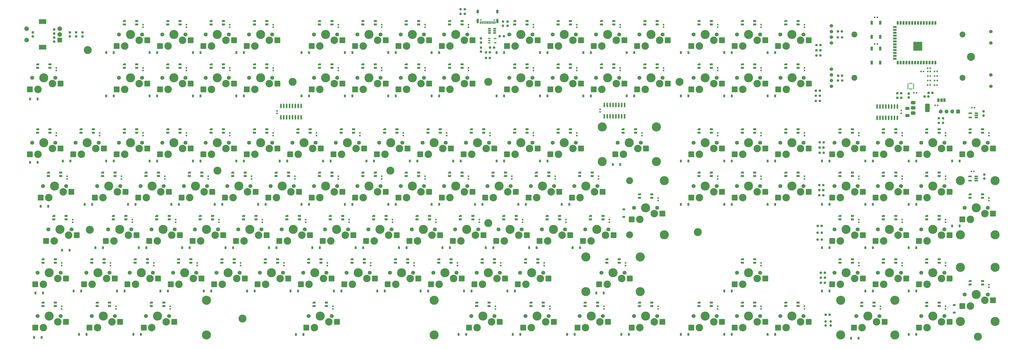
<source format=gbr>
%TF.GenerationSoftware,KiCad,Pcbnew,8.0.8*%
%TF.CreationDate,2025-04-23T12:27:24+02:00*%
%TF.ProjectId,Clavier,436c6176-6965-4722-9e6b-696361645f70,0.0*%
%TF.SameCoordinates,Original*%
%TF.FileFunction,Soldermask,Bot*%
%TF.FilePolarity,Negative*%
%FSLAX46Y46*%
G04 Gerber Fmt 4.6, Leading zero omitted, Abs format (unit mm)*
G04 Created by KiCad (PCBNEW 8.0.8) date 2025-04-23 12:27:24*
%MOMM*%
%LPD*%
G01*
G04 APERTURE LIST*
G04 Aperture macros list*
%AMRoundRect*
0 Rectangle with rounded corners*
0 $1 Rounding radius*
0 $2 $3 $4 $5 $6 $7 $8 $9 X,Y pos of 4 corners*
0 Add a 4 corners polygon primitive as box body*
4,1,4,$2,$3,$4,$5,$6,$7,$8,$9,$2,$3,0*
0 Add four circle primitives for the rounded corners*
1,1,$1+$1,$2,$3*
1,1,$1+$1,$4,$5*
1,1,$1+$1,$6,$7*
1,1,$1+$1,$8,$9*
0 Add four rect primitives between the rounded corners*
20,1,$1+$1,$2,$3,$4,$5,0*
20,1,$1+$1,$4,$5,$6,$7,0*
20,1,$1+$1,$6,$7,$8,$9,0*
20,1,$1+$1,$8,$9,$2,$3,0*%
%AMFreePoly0*
4,1,18,-0.410000,0.593000,-0.403758,0.624380,-0.385983,0.650983,-0.359380,0.668758,-0.328000,0.675000,0.328000,0.675000,0.359380,0.668758,0.385983,0.650983,0.403758,0.624380,0.410000,0.593000,0.410000,-0.593000,0.403758,-0.624380,0.385983,-0.650983,0.359380,-0.668758,0.328000,-0.675000,0.000000,-0.675000,-0.410000,-0.265000,-0.410000,0.593000,-0.410000,0.593000,$1*%
G04 Aperture macros list end*
%ADD10C,3.048000*%
%ADD11C,3.987800*%
%ADD12C,4.000000*%
%ADD13R,2.000000X2.000000*%
%ADD14C,2.000000*%
%ADD15R,3.200000X2.000000*%
%ADD16C,1.524000*%
%ADD17C,2.600000*%
%ADD18RoundRect,0.237500X-0.250000X-0.237500X0.250000X-0.237500X0.250000X0.237500X-0.250000X0.237500X0*%
%ADD19RoundRect,0.082000X-0.593000X0.328000X-0.593000X-0.328000X0.593000X-0.328000X0.593000X0.328000X0*%
%ADD20FreePoly0,270.000000*%
%ADD21C,1.750000*%
%ADD22C,3.300000*%
%ADD23RoundRect,0.250000X-1.025000X-1.000000X1.025000X-1.000000X1.025000X1.000000X-1.025000X1.000000X0*%
%ADD24RoundRect,0.155000X0.155000X-0.212500X0.155000X0.212500X-0.155000X0.212500X-0.155000X-0.212500X0*%
%ADD25RoundRect,0.237500X0.300000X0.237500X-0.300000X0.237500X-0.300000X-0.237500X0.300000X-0.237500X0*%
%ADD26RoundRect,0.155000X-0.155000X0.212500X-0.155000X-0.212500X0.155000X-0.212500X0.155000X0.212500X0*%
%ADD27RoundRect,0.225000X-0.225000X-0.375000X0.225000X-0.375000X0.225000X0.375000X-0.225000X0.375000X0*%
%ADD28RoundRect,0.225000X-0.375000X0.225000X-0.375000X-0.225000X0.375000X-0.225000X0.375000X0.225000X0*%
%ADD29RoundRect,0.375000X-0.625000X-0.375000X0.625000X-0.375000X0.625000X0.375000X-0.625000X0.375000X0*%
%ADD30RoundRect,0.500000X-0.500000X-1.400000X0.500000X-1.400000X0.500000X1.400000X-0.500000X1.400000X0*%
%ADD31RoundRect,0.237500X-0.300000X-0.237500X0.300000X-0.237500X0.300000X0.237500X-0.300000X0.237500X0*%
%ADD32RoundRect,0.150000X-0.512500X-0.150000X0.512500X-0.150000X0.512500X0.150000X-0.512500X0.150000X0*%
%ADD33RoundRect,0.237500X0.250000X0.237500X-0.250000X0.237500X-0.250000X-0.237500X0.250000X-0.237500X0*%
%ADD34RoundRect,0.225000X0.225000X0.375000X-0.225000X0.375000X-0.225000X-0.375000X0.225000X-0.375000X0*%
%ADD35C,3.500000*%
%ADD36RoundRect,0.237500X-0.237500X0.250000X-0.237500X-0.250000X0.237500X-0.250000X0.237500X0.250000X0*%
%ADD37R,1.700000X1.700000*%
%ADD38O,1.700000X1.700000*%
%ADD39RoundRect,0.087500X-0.187500X-0.087500X0.187500X-0.087500X0.187500X0.087500X-0.187500X0.087500X0*%
%ADD40RoundRect,0.087500X-0.087500X-0.187500X0.087500X-0.187500X0.087500X0.187500X-0.087500X0.187500X0*%
%ADD41RoundRect,0.150000X-0.150000X0.850000X-0.150000X-0.850000X0.150000X-0.850000X0.150000X0.850000X0*%
%ADD42RoundRect,0.162500X0.617500X0.162500X-0.617500X0.162500X-0.617500X-0.162500X0.617500X-0.162500X0*%
%ADD43R,1.100000X0.600000*%
%ADD44RoundRect,0.155000X0.212500X0.155000X-0.212500X0.155000X-0.212500X-0.155000X0.212500X-0.155000X0*%
%ADD45RoundRect,0.150000X0.150000X-0.850000X0.150000X0.850000X-0.150000X0.850000X-0.150000X-0.850000X0*%
%ADD46RoundRect,0.237500X-0.237500X0.300000X-0.237500X-0.300000X0.237500X-0.300000X0.237500X0.300000X0*%
%ADD47R,1.100000X1.800000*%
%ADD48RoundRect,0.237500X0.237500X-0.250000X0.237500X0.250000X-0.237500X0.250000X-0.237500X-0.250000X0*%
%ADD49R,0.900000X1.500000*%
%ADD50R,1.500000X0.900000*%
%ADD51C,0.600000*%
%ADD52R,3.900000X3.900000*%
%ADD53R,1.000000X1.500000*%
%ADD54RoundRect,0.155000X-0.212500X-0.155000X0.212500X-0.155000X0.212500X0.155000X-0.212500X0.155000X0*%
%ADD55RoundRect,0.237500X0.237500X-0.300000X0.237500X0.300000X-0.237500X0.300000X-0.237500X-0.300000X0*%
%ADD56C,0.650000*%
%ADD57R,0.600000X1.240000*%
%ADD58R,0.300000X1.240000*%
%ADD59O,1.000000X1.800000*%
%ADD60O,1.000000X2.100000*%
%ADD61RoundRect,0.160000X0.197500X0.160000X-0.197500X0.160000X-0.197500X-0.160000X0.197500X-0.160000X0*%
%ADD62RoundRect,0.250000X-0.650000X0.412500X-0.650000X-0.412500X0.650000X-0.412500X0.650000X0.412500X0*%
G04 APERTURE END LIST*
D10*
%TO.C,S2*%
X356473750Y-185578750D03*
X356473750Y-209391250D03*
D11*
X371713750Y-185578750D03*
X371713750Y-209391250D03*
%TD*%
D12*
%TO.C,S1*%
X344408750Y-161925000D03*
D11*
X344408750Y-177165000D03*
D12*
X368221250Y-161925000D03*
D11*
X368221250Y-177165000D03*
%TD*%
D12*
%TO.C,S7*%
X449183750Y-238125000D03*
D11*
X449183750Y-253365000D03*
D12*
X472996250Y-238125000D03*
D11*
X472996250Y-253365000D03*
%TD*%
D13*
%TO.C,SW3*%
X106140000Y-123785000D03*
D14*
X106140000Y-118785000D03*
X106140000Y-121285000D03*
D15*
X98640000Y-126885000D03*
X98640000Y-115685000D03*
D14*
X91640000Y-118785000D03*
X91640000Y-123785000D03*
%TD*%
D12*
%TO.C,S5*%
X501730000Y-247491250D03*
D11*
X516970000Y-247491250D03*
D12*
X501730000Y-223678750D03*
D11*
X516970000Y-223678750D03*
%TD*%
D12*
%TO.C,S6*%
X170577500Y-238125000D03*
D11*
X170577500Y-253365000D03*
D12*
X270590000Y-238125000D03*
D11*
X270590000Y-253365000D03*
%TD*%
D12*
%TO.C,S3*%
X501730000Y-209391250D03*
D11*
X516970000Y-209391250D03*
D12*
X501730000Y-185578750D03*
D11*
X516970000Y-185578750D03*
%TD*%
D12*
%TO.C,S4*%
X337265000Y-219075000D03*
D11*
X337265000Y-234315000D03*
D12*
X361077500Y-219075000D03*
D11*
X361077500Y-234315000D03*
%TD*%
D16*
%TO.C,RV2*%
X445140000Y-139085000D03*
X445140000Y-136585000D03*
X515140000Y-139085000D03*
X445140000Y-144085000D03*
X445140000Y-141585000D03*
X515140000Y-144085000D03*
D17*
X455140000Y-140335000D03*
X502640000Y-140335000D03*
%TD*%
D16*
%TO.C,RV1*%
X445140000Y-120035000D03*
X445140000Y-117535000D03*
X515140000Y-120035000D03*
X445140000Y-125035000D03*
X445140000Y-122535000D03*
X515140000Y-125035000D03*
D17*
X455140000Y-121285000D03*
X502640000Y-121285000D03*
%TD*%
D18*
%TO.C,R3*%
X282227500Y-110265000D03*
X284052500Y-110265000D03*
%TD*%
D19*
%TO.C,LED31*%
X430477500Y-135935000D03*
X430477500Y-134435000D03*
X425027500Y-135935000D03*
D20*
X425027500Y-134435000D03*
%TD*%
D21*
%TO.C,MX42*%
X284560000Y-168910000D03*
D11*
X289640000Y-168910000D03*
D21*
X294720000Y-168910000D03*
D22*
X293450000Y-171450000D03*
D23*
X297000000Y-171450000D03*
X283550000Y-173990000D03*
D22*
X287100000Y-173990000D03*
%TD*%
D18*
%TO.C,R2*%
X282227500Y-112265000D03*
X284052500Y-112265000D03*
%TD*%
D21*
%TO.C,MX60*%
X236935000Y-187960000D03*
D11*
X242015000Y-187960000D03*
D21*
X247095000Y-187960000D03*
D22*
X245825000Y-190500000D03*
D23*
X249375000Y-190500000D03*
X235925000Y-193040000D03*
D22*
X239475000Y-193040000D03*
%TD*%
D19*
%TO.C,LED46*%
X392377500Y-164510000D03*
X392377500Y-163010000D03*
X386927500Y-164510000D03*
D20*
X386927500Y-163010000D03*
%TD*%
D21*
%TO.C,MX53*%
X98822500Y-187960000D03*
D11*
X103902500Y-187960000D03*
D21*
X108982500Y-187960000D03*
D22*
X107712500Y-190500000D03*
D23*
X111262500Y-190500000D03*
X97812500Y-193040000D03*
D22*
X101362500Y-193040000D03*
%TD*%
D24*
%TO.C,C17*%
X142765000Y-137182500D03*
X142765000Y-136047500D03*
%TD*%
%TO.C,C74*%
X111808750Y-203857500D03*
X111808750Y-202722500D03*
%TD*%
D21*
%TO.C,MX84*%
X298847500Y-207010000D03*
D11*
X303927500Y-207010000D03*
D21*
X309007500Y-207010000D03*
D22*
X307737500Y-209550000D03*
D23*
X311287500Y-209550000D03*
X297837500Y-212090000D03*
D22*
X301387500Y-212090000D03*
%TD*%
D25*
%TO.C,C148*%
X449702500Y-119965000D03*
X447977500Y-119965000D03*
%TD*%
%TO.C,C156*%
X487677666Y-148577270D03*
X485952666Y-148577270D03*
%TD*%
D21*
%TO.C,MX30*%
X403622500Y-140335000D03*
D11*
X408702500Y-140335000D03*
D21*
X413782500Y-140335000D03*
D22*
X412512500Y-142875000D03*
D23*
X416062500Y-142875000D03*
X402612500Y-145415000D03*
D22*
X406162500Y-145415000D03*
%TD*%
D21*
%TO.C,MX74*%
X101203750Y-207010000D03*
D11*
X106283750Y-207010000D03*
D21*
X111363750Y-207010000D03*
D22*
X110093750Y-209550000D03*
D23*
X113643750Y-209550000D03*
X100193750Y-212090000D03*
D22*
X103743750Y-212090000D03*
%TD*%
D21*
%TO.C,MX63*%
X294085000Y-187960000D03*
D11*
X299165000Y-187960000D03*
D21*
X304245000Y-187960000D03*
D22*
X302975000Y-190500000D03*
D23*
X306525000Y-190500000D03*
X293075000Y-193040000D03*
D22*
X296625000Y-193040000D03*
%TD*%
D21*
%TO.C,MX15*%
X422672500Y-121285000D03*
D11*
X427752500Y-121285000D03*
D21*
X432832500Y-121285000D03*
D22*
X431562500Y-123825000D03*
D23*
X435112500Y-123825000D03*
X421662500Y-126365000D03*
D22*
X425212500Y-126365000D03*
%TD*%
D24*
%TO.C,C111*%
X226108750Y-241957500D03*
X226108750Y-240822500D03*
%TD*%
D19*
%TO.C,LED10*%
X330465000Y-116885000D03*
X330465000Y-115385000D03*
X325015000Y-116885000D03*
D20*
X325015000Y-115385000D03*
%TD*%
D21*
%TO.C,MX54*%
X122635000Y-187960000D03*
D11*
X127715000Y-187960000D03*
D21*
X132795000Y-187960000D03*
D22*
X131525000Y-190500000D03*
D23*
X135075000Y-190500000D03*
X121625000Y-193040000D03*
D22*
X125175000Y-193040000D03*
%TD*%
D26*
%TO.C,C136*%
X343540000Y-154197500D03*
X343540000Y-155332500D03*
%TD*%
D21*
%TO.C,MX23*%
X255985000Y-140335000D03*
D11*
X261065000Y-140335000D03*
D21*
X266145000Y-140335000D03*
D22*
X264875000Y-142875000D03*
D23*
X268425000Y-142875000D03*
X254975000Y-145415000D03*
D22*
X258525000Y-145415000D03*
%TD*%
D21*
%TO.C,MX22*%
X236935000Y-140335000D03*
D11*
X242015000Y-140335000D03*
D21*
X247095000Y-140335000D03*
D22*
X245825000Y-142875000D03*
D23*
X249375000Y-142875000D03*
X235925000Y-145415000D03*
D22*
X239475000Y-145415000D03*
%TD*%
D27*
%TO.C,D12*%
X355190000Y-129285000D03*
X358490000Y-129285000D03*
%TD*%
D28*
%TO.C,D66*%
X353876176Y-198235000D03*
X353876176Y-201535000D03*
%TD*%
D24*
%TO.C,C70*%
X457090000Y-184807500D03*
X457090000Y-183672500D03*
%TD*%
D19*
%TO.C,LED77*%
X173302500Y-202610000D03*
X173302500Y-201110000D03*
X167852500Y-202610000D03*
D20*
X167852500Y-201110000D03*
%TD*%
D27*
%TO.C,D56*%
X155165000Y-195960000D03*
X158465000Y-195960000D03*
%TD*%
D29*
%TO.C,U2*%
X480990000Y-155865000D03*
X480990000Y-153565000D03*
D30*
X487290000Y-153565000D03*
D29*
X480990000Y-151265000D03*
%TD*%
D25*
%TO.C,C154*%
X475777666Y-149177270D03*
X474052666Y-149177270D03*
%TD*%
D19*
%TO.C,LED24*%
X282840000Y-135935000D03*
X282840000Y-134435000D03*
X277390000Y-135935000D03*
D20*
X277390000Y-134435000D03*
%TD*%
D24*
%TO.C,C14*%
X414227500Y-118132500D03*
X414227500Y-116997500D03*
%TD*%
%TO.C,C1*%
X142765000Y-118132500D03*
X142765000Y-116997500D03*
%TD*%
D18*
%TO.C,R10*%
X439915000Y-168765000D03*
X441740000Y-168765000D03*
%TD*%
D21*
%TO.C,MX45*%
X351235000Y-168910000D03*
D11*
X356315000Y-168910000D03*
D21*
X361395000Y-168910000D03*
D22*
X360125000Y-171450000D03*
D23*
X363675000Y-171450000D03*
X350225000Y-173990000D03*
D22*
X353775000Y-173990000D03*
%TD*%
D24*
%TO.C,C112*%
X297546250Y-241957500D03*
X297546250Y-240822500D03*
%TD*%
D31*
%TO.C,C146*%
X440477500Y-226065000D03*
X442202500Y-226065000D03*
%TD*%
D27*
%TO.C,D95*%
X188502500Y-234060000D03*
X191802500Y-234060000D03*
%TD*%
D32*
%TO.C,U6*%
X294902500Y-120677500D03*
X294902500Y-119727500D03*
X294902500Y-118777500D03*
X297177500Y-118777500D03*
X297177500Y-119727500D03*
X297177500Y-120677500D03*
%TD*%
D24*
%TO.C,C103*%
X414227500Y-222907500D03*
X414227500Y-221772500D03*
%TD*%
%TO.C,C78*%
X195152500Y-203857500D03*
X195152500Y-202722500D03*
%TD*%
D27*
%TO.C,D80*%
X217077500Y-215010000D03*
X220377500Y-215010000D03*
%TD*%
%TO.C,D117*%
X398052500Y-253110000D03*
X401352500Y-253110000D03*
%TD*%
D21*
%TO.C,MX86*%
X336947500Y-207010000D03*
D11*
X342027500Y-207010000D03*
D21*
X347107500Y-207010000D03*
D22*
X345837500Y-209550000D03*
D23*
X349387500Y-209550000D03*
X335937500Y-212090000D03*
D22*
X339487500Y-212090000D03*
%TD*%
D27*
%TO.C,D93*%
X150402500Y-234060000D03*
X153702500Y-234060000D03*
%TD*%
D21*
%TO.C,MX28*%
X360760000Y-140335000D03*
D11*
X365840000Y-140335000D03*
D21*
X370920000Y-140335000D03*
D22*
X369650000Y-142875000D03*
D23*
X373200000Y-142875000D03*
X359750000Y-145415000D03*
D22*
X363300000Y-145415000D03*
%TD*%
D27*
%TO.C,D99*%
X264702500Y-234060000D03*
X268002500Y-234060000D03*
%TD*%
D24*
%TO.C,C38*%
X218965000Y-165757500D03*
X218965000Y-164622500D03*
%TD*%
D19*
%TO.C,LED47*%
X411427500Y-164510000D03*
X411427500Y-163010000D03*
X405977500Y-164510000D03*
D20*
X405977500Y-163010000D03*
%TD*%
D24*
%TO.C,C11*%
X352315000Y-118132500D03*
X352315000Y-116997500D03*
%TD*%
D21*
%TO.C,MX114*%
X334566250Y-245110000D03*
D11*
X339646250Y-245110000D03*
D21*
X344726250Y-245110000D03*
D22*
X343456250Y-247650000D03*
D23*
X347006250Y-247650000D03*
X333556250Y-250190000D03*
D22*
X337106250Y-250190000D03*
%TD*%
D31*
%TO.C,C143*%
X439915000Y-171015000D03*
X441640000Y-171015000D03*
%TD*%
D19*
%TO.C,LED89*%
X492390000Y-202610000D03*
X492390000Y-201110000D03*
X486940000Y-202610000D03*
D20*
X486940000Y-201110000D03*
%TD*%
D21*
%TO.C,MX68*%
X403622500Y-187960000D03*
D11*
X408702500Y-187960000D03*
D21*
X413782500Y-187960000D03*
D22*
X412512500Y-190500000D03*
D23*
X416062500Y-190500000D03*
X402612500Y-193040000D03*
D22*
X406162500Y-193040000D03*
%TD*%
D19*
%TO.C,LED49*%
X454290000Y-164510000D03*
X454290000Y-163010000D03*
X448840000Y-164510000D03*
D20*
X448840000Y-163010000D03*
%TD*%
D24*
%TO.C,C56*%
X171340000Y-184807500D03*
X171340000Y-183672500D03*
%TD*%
D19*
%TO.C,LED4*%
X197115000Y-116885000D03*
X197115000Y-115385000D03*
X191665000Y-116885000D03*
D20*
X191665000Y-115385000D03*
%TD*%
D27*
%TO.C,D65*%
X326615000Y-195960000D03*
X329915000Y-195960000D03*
%TD*%
D19*
%TO.C,LED83*%
X287602500Y-202610000D03*
X287602500Y-201110000D03*
X282152500Y-202610000D03*
D20*
X282152500Y-201110000D03*
%TD*%
D24*
%TO.C,C53*%
X109427500Y-184807500D03*
X109427500Y-183672500D03*
%TD*%
D27*
%TO.C,D58*%
X193265000Y-195960000D03*
X196565000Y-195960000D03*
%TD*%
%TO.C,D50*%
X459965000Y-176910000D03*
X463265000Y-176910000D03*
%TD*%
D24*
%TO.C,C92*%
X147527500Y-222907500D03*
X147527500Y-221772500D03*
%TD*%
%TO.C,C97*%
X242777500Y-222907500D03*
X242777500Y-221772500D03*
%TD*%
%TO.C,C108*%
X107046250Y-241957500D03*
X107046250Y-240822500D03*
%TD*%
D27*
%TO.C,D5*%
X212315000Y-129285000D03*
X215615000Y-129285000D03*
%TD*%
D21*
%TO.C,MX115*%
X358378750Y-245110000D03*
D11*
X363458750Y-245110000D03*
D21*
X368538750Y-245110000D03*
D22*
X367268750Y-247650000D03*
D23*
X370818750Y-247650000D03*
X357368750Y-250190000D03*
D22*
X360918750Y-250190000D03*
%TD*%
D24*
%TO.C,C27*%
X352315000Y-137182500D03*
X352315000Y-136047500D03*
%TD*%
%TO.C,C117*%
X414227500Y-241957500D03*
X414227500Y-240822500D03*
%TD*%
D19*
%TO.C,LED14*%
X411427500Y-116885000D03*
X411427500Y-115385000D03*
X405977500Y-116885000D03*
D20*
X405977500Y-115385000D03*
%TD*%
D27*
%TO.C,D4*%
X183740000Y-129285000D03*
X187040000Y-129285000D03*
%TD*%
D33*
%TO.C,R9*%
X441740000Y-173265000D03*
X439915000Y-173265000D03*
%TD*%
D27*
%TO.C,D92*%
X131352500Y-234060000D03*
X134652500Y-234060000D03*
%TD*%
D24*
%TO.C,C72*%
X495190000Y-184807500D03*
X495190000Y-183672500D03*
%TD*%
%TO.C,C67*%
X395177500Y-184807500D03*
X395177500Y-183672500D03*
%TD*%
%TO.C,C19*%
X180865000Y-137182500D03*
X180865000Y-136047500D03*
%TD*%
%TO.C,C98*%
X261827500Y-222907500D03*
X261827500Y-221772500D03*
%TD*%
D33*
%TO.C,R11*%
X441552500Y-192015000D03*
X439727500Y-192015000D03*
%TD*%
D34*
%TO.C,D45*%
X352345000Y-178465000D03*
X349045000Y-178465000D03*
%TD*%
D21*
%TO.C,MX87*%
X446485000Y-207010000D03*
D11*
X451565000Y-207010000D03*
D21*
X456645000Y-207010000D03*
D22*
X455375000Y-209550000D03*
D23*
X458925000Y-209550000D03*
X445475000Y-212090000D03*
D22*
X449025000Y-212090000D03*
%TD*%
D27*
%TO.C,D70*%
X440915000Y-195960000D03*
X444215000Y-195960000D03*
%TD*%
D34*
%TO.C,D32*%
X96401176Y-177533000D03*
X93101176Y-177533000D03*
%TD*%
D19*
%TO.C,LED9*%
X311415000Y-116885000D03*
X311415000Y-115385000D03*
X305965000Y-116885000D03*
D20*
X305965000Y-115385000D03*
%TD*%
D24*
%TO.C,C66*%
X368983750Y-194332500D03*
X368983750Y-193197500D03*
%TD*%
%TO.C,C84*%
X309452500Y-203857500D03*
X309452500Y-202722500D03*
%TD*%
D19*
%TO.C,LED111*%
X223308750Y-240710000D03*
X223308750Y-239210000D03*
X217858750Y-240710000D03*
D20*
X217858750Y-239210000D03*
%TD*%
D21*
%TO.C,MX117*%
X403622500Y-245110000D03*
D11*
X408702500Y-245110000D03*
D21*
X413782500Y-245110000D03*
D22*
X412512500Y-247650000D03*
D23*
X416062500Y-247650000D03*
X402612500Y-250190000D03*
D22*
X406162500Y-250190000D03*
%TD*%
D21*
%TO.C,MX20*%
X189310000Y-140335000D03*
D11*
X194390000Y-140335000D03*
D21*
X199470000Y-140335000D03*
D22*
X198200000Y-142875000D03*
D23*
X201750000Y-142875000D03*
X188300000Y-145415000D03*
D22*
X191850000Y-145415000D03*
%TD*%
D19*
%TO.C,LED71*%
X473340000Y-183560000D03*
X473340000Y-182060000D03*
X467890000Y-183560000D03*
D20*
X467890000Y-182060000D03*
%TD*%
D24*
%TO.C,C37*%
X199915000Y-165757500D03*
X199915000Y-164622500D03*
%TD*%
D27*
%TO.C,D67*%
X379002500Y-195960000D03*
X382302500Y-195960000D03*
%TD*%
%TO.C,D22*%
X231365000Y-148335000D03*
X234665000Y-148335000D03*
%TD*%
D35*
%TO.C,H6*%
X294415166Y-142177270D03*
%TD*%
D21*
%TO.C,MX58*%
X198835000Y-187960000D03*
D11*
X203915000Y-187960000D03*
D21*
X208995000Y-187960000D03*
D22*
X207725000Y-190500000D03*
D23*
X211275000Y-190500000D03*
X197825000Y-193040000D03*
D22*
X201375000Y-193040000D03*
%TD*%
D21*
%TO.C,MX101*%
X308372500Y-226060000D03*
D11*
X313452500Y-226060000D03*
D21*
X318532500Y-226060000D03*
D22*
X317262500Y-228600000D03*
D23*
X320812500Y-228600000D03*
X307362500Y-231140000D03*
D22*
X310912500Y-231140000D03*
%TD*%
D24*
%TO.C,C44*%
X333265000Y-165757500D03*
X333265000Y-164622500D03*
%TD*%
D27*
%TO.C,D3*%
X164690000Y-129285000D03*
X167990000Y-129285000D03*
%TD*%
%TO.C,D86*%
X331377500Y-215010000D03*
X334677500Y-215010000D03*
%TD*%
%TO.C,D71*%
X459965000Y-195960000D03*
X463265000Y-195960000D03*
%TD*%
D36*
%TO.C,R20*%
X300840000Y-115652500D03*
X300840000Y-117477500D03*
%TD*%
D21*
%TO.C,MX64*%
X313135000Y-187960000D03*
D11*
X318215000Y-187960000D03*
D21*
X323295000Y-187960000D03*
D22*
X322025000Y-190500000D03*
D23*
X325575000Y-190500000D03*
X312125000Y-193040000D03*
D22*
X315675000Y-193040000D03*
%TD*%
D37*
%TO.C,J2*%
X500715166Y-155177270D03*
D38*
X498175166Y-155177270D03*
X495635166Y-155177270D03*
X493095166Y-155177270D03*
%TD*%
D24*
%TO.C,C16*%
X104665000Y-137182500D03*
X104665000Y-136047500D03*
%TD*%
%TO.C,C118*%
X433277500Y-241957500D03*
X433277500Y-240822500D03*
%TD*%
%TO.C,C64*%
X323740000Y-184807500D03*
X323740000Y-183672500D03*
%TD*%
D25*
%TO.C,C142*%
X440002500Y-146015000D03*
X438277500Y-146015000D03*
%TD*%
D19*
%TO.C,LED34*%
X139965000Y-164510000D03*
X139965000Y-163010000D03*
X134515000Y-164510000D03*
D20*
X134515000Y-163010000D03*
%TD*%
D21*
%TO.C,MX66*%
X358378750Y-197485000D03*
D11*
X363458750Y-197485000D03*
D21*
X368538750Y-197485000D03*
D22*
X367268750Y-200025000D03*
D23*
X370818750Y-200025000D03*
X357368750Y-202565000D03*
D22*
X360918750Y-202565000D03*
%TD*%
D39*
%TO.C,U10*%
X478690166Y-145092270D03*
X478690166Y-144592270D03*
X478690166Y-144092270D03*
X478690166Y-143592270D03*
X478690166Y-143092270D03*
D40*
X479415166Y-142867270D03*
X479915166Y-142867270D03*
X480415166Y-142867270D03*
D39*
X481140166Y-143092270D03*
X481140166Y-143592270D03*
X481140166Y-144092270D03*
X481140166Y-144592270D03*
X481140166Y-145092270D03*
D40*
X480415166Y-145317270D03*
X479915166Y-145317270D03*
X479415166Y-145317270D03*
%TD*%
D31*
%TO.C,C147*%
X442577500Y-244552500D03*
X444302500Y-244552500D03*
%TD*%
D21*
%TO.C,MX95*%
X194072500Y-226060000D03*
D11*
X199152500Y-226060000D03*
D21*
X204232500Y-226060000D03*
D22*
X202962500Y-228600000D03*
D23*
X206512500Y-228600000D03*
X193062500Y-231140000D03*
D22*
X196612500Y-231140000D03*
%TD*%
D24*
%TO.C,C40*%
X257065000Y-165757500D03*
X257065000Y-164622500D03*
%TD*%
D21*
%TO.C,MX14*%
X403622500Y-121285000D03*
D11*
X408702500Y-121285000D03*
D21*
X413782500Y-121285000D03*
D22*
X412512500Y-123825000D03*
D23*
X416062500Y-123825000D03*
X402612500Y-126365000D03*
D22*
X406162500Y-126365000D03*
%TD*%
D19*
%TO.C,LED43*%
X311415000Y-164510000D03*
X311415000Y-163010000D03*
X305965000Y-164510000D03*
D20*
X305965000Y-163010000D03*
%TD*%
D24*
%TO.C,C116*%
X395177500Y-241957500D03*
X395177500Y-240822500D03*
%TD*%
D19*
%TO.C,LED25*%
X311415000Y-135935000D03*
X311415000Y-134435000D03*
X305965000Y-135935000D03*
D20*
X305965000Y-134435000D03*
%TD*%
D26*
%TO.C,C135*%
X201572500Y-154897500D03*
X201572500Y-156032500D03*
%TD*%
D27*
%TO.C,D42*%
X278990000Y-176910000D03*
X282290000Y-176910000D03*
%TD*%
D19*
%TO.C,LED62*%
X282840000Y-183560000D03*
X282840000Y-182060000D03*
X277390000Y-183560000D03*
D20*
X277390000Y-182060000D03*
%TD*%
D19*
%TO.C,LED107*%
X511440000Y-231185000D03*
X511440000Y-229685000D03*
X505990000Y-231185000D03*
D20*
X505990000Y-229685000D03*
%TD*%
D27*
%TO.C,D10*%
X317090000Y-129285000D03*
X320390000Y-129285000D03*
%TD*%
D41*
%TO.C,U4*%
X345355176Y-152325000D03*
X346625176Y-152325000D03*
X347895176Y-152325000D03*
X349165176Y-152325000D03*
X350435176Y-152325000D03*
X351705176Y-152325000D03*
X352975176Y-152325000D03*
X354245176Y-152325000D03*
X354245176Y-157325000D03*
X352975176Y-157325000D03*
X351705176Y-157325000D03*
X350435176Y-157325000D03*
X349165176Y-157325000D03*
X347895176Y-157325000D03*
X346625176Y-157325000D03*
X345355176Y-157325000D03*
%TD*%
D24*
%TO.C,C62*%
X285640000Y-184807500D03*
X285640000Y-183672500D03*
%TD*%
D27*
%TO.C,D31*%
X417102500Y-148335000D03*
X420402500Y-148335000D03*
%TD*%
D21*
%TO.C,MX85*%
X317897500Y-207010000D03*
D11*
X322977500Y-207010000D03*
D21*
X328057500Y-207010000D03*
D22*
X326787500Y-209550000D03*
D23*
X330337500Y-209550000D03*
X316887500Y-212090000D03*
D22*
X320437500Y-212090000D03*
%TD*%
D21*
%TO.C,MX99*%
X270272500Y-226060000D03*
D11*
X275352500Y-226060000D03*
D21*
X280432500Y-226060000D03*
D22*
X279162500Y-228600000D03*
D23*
X282712500Y-228600000D03*
X269262500Y-231140000D03*
D22*
X272812500Y-231140000D03*
%TD*%
D21*
%TO.C,MX113*%
X310753750Y-245110000D03*
D11*
X315833750Y-245110000D03*
D21*
X320913750Y-245110000D03*
D22*
X319643750Y-247650000D03*
D23*
X323193750Y-247650000D03*
X309743750Y-250190000D03*
D22*
X313293750Y-250190000D03*
%TD*%
D19*
%TO.C,LED56*%
X168540000Y-183560000D03*
X168540000Y-182060000D03*
X163090000Y-183560000D03*
D20*
X163090000Y-182060000D03*
%TD*%
D18*
%TO.C,R16*%
X440427500Y-228265000D03*
X442252500Y-228265000D03*
%TD*%
D19*
%TO.C,LED97*%
X239977500Y-221660000D03*
X239977500Y-220160000D03*
X234527500Y-221660000D03*
D20*
X234527500Y-220160000D03*
%TD*%
D24*
%TO.C,C109*%
X130858750Y-241957500D03*
X130858750Y-240822500D03*
%TD*%
D27*
%TO.C,D77*%
X159927500Y-215010000D03*
X163227500Y-215010000D03*
%TD*%
D24*
%TO.C,C137*%
X475740000Y-155932500D03*
X475740000Y-154797500D03*
%TD*%
D27*
%TO.C,D37*%
X183740000Y-176910000D03*
X187040000Y-176910000D03*
%TD*%
D19*
%TO.C,LED64*%
X320940000Y-183560000D03*
X320940000Y-182060000D03*
X315490000Y-183560000D03*
D20*
X315490000Y-182060000D03*
%TD*%
D21*
%TO.C,MX61*%
X255985000Y-187960000D03*
D11*
X261065000Y-187960000D03*
D21*
X266145000Y-187960000D03*
D22*
X264875000Y-190500000D03*
D23*
X268425000Y-190500000D03*
X254975000Y-193040000D03*
D22*
X258525000Y-193040000D03*
%TD*%
D24*
%TO.C,C20*%
X199915000Y-137182500D03*
X199915000Y-136047500D03*
%TD*%
%TO.C,C24*%
X285640000Y-137182500D03*
X285640000Y-136047500D03*
%TD*%
D27*
%TO.C,D52*%
X498065000Y-176910000D03*
X501365000Y-176910000D03*
%TD*%
D24*
%TO.C,C113*%
X321358750Y-241957500D03*
X321358750Y-240822500D03*
%TD*%
D19*
%TO.C,LED29*%
X392377500Y-135935000D03*
X392377500Y-134435000D03*
X386927500Y-135935000D03*
D20*
X386927500Y-134435000D03*
%TD*%
D19*
%TO.C,LED5*%
X225690000Y-116885000D03*
X225690000Y-115385000D03*
X220240000Y-116885000D03*
D20*
X220240000Y-115385000D03*
%TD*%
D21*
%TO.C,MX1*%
X132160000Y-121285000D03*
D11*
X137240000Y-121285000D03*
D21*
X142320000Y-121285000D03*
D22*
X141050000Y-123825000D03*
D23*
X144600000Y-123825000D03*
X131150000Y-126365000D03*
D22*
X134700000Y-126365000D03*
%TD*%
D27*
%TO.C,D111*%
X209935000Y-253265000D03*
X213235000Y-253265000D03*
%TD*%
D36*
%TO.C,R24*%
X110540000Y-120352500D03*
X110540000Y-122177500D03*
%TD*%
D27*
%TO.C,D64*%
X307565000Y-195960000D03*
X310865000Y-195960000D03*
%TD*%
D25*
%TO.C,C153*%
X475777666Y-147177270D03*
X474052666Y-147177270D03*
%TD*%
D24*
%TO.C,C32*%
X104665000Y-165757500D03*
X104665000Y-164622500D03*
%TD*%
D27*
%TO.C,D109*%
X114683750Y-253110000D03*
X117983750Y-253110000D03*
%TD*%
%TO.C,D83*%
X274227500Y-215010000D03*
X277527500Y-215010000D03*
%TD*%
D24*
%TO.C,C119*%
X466615000Y-241957500D03*
X466615000Y-240822500D03*
%TD*%
D27*
%TO.C,D113*%
X305183750Y-253110000D03*
X308483750Y-253110000D03*
%TD*%
D24*
%TO.C,C96*%
X223727500Y-222907500D03*
X223727500Y-221772500D03*
%TD*%
%TO.C,C71*%
X476140000Y-184807500D03*
X476140000Y-183672500D03*
%TD*%
D21*
%TO.C,MX49*%
X446485000Y-168910000D03*
D11*
X451565000Y-168910000D03*
D21*
X456645000Y-168910000D03*
D22*
X455375000Y-171450000D03*
D23*
X458925000Y-171450000D03*
X445475000Y-173990000D03*
D22*
X449025000Y-173990000D03*
%TD*%
D21*
%TO.C,MX44*%
X322660000Y-168910000D03*
D11*
X327740000Y-168910000D03*
D21*
X332820000Y-168910000D03*
D22*
X331550000Y-171450000D03*
D23*
X335100000Y-171450000D03*
X321650000Y-173990000D03*
D22*
X325200000Y-173990000D03*
%TD*%
D21*
%TO.C,MX116*%
X384572500Y-245110000D03*
D11*
X389652500Y-245110000D03*
D21*
X394732500Y-245110000D03*
D22*
X393462500Y-247650000D03*
D23*
X397012500Y-247650000D03*
X383562500Y-250190000D03*
D22*
X387112500Y-250190000D03*
%TD*%
D19*
%TO.C,LED69*%
X430477500Y-183560000D03*
X430477500Y-182060000D03*
X425027500Y-183560000D03*
D20*
X425027500Y-182060000D03*
%TD*%
D35*
%TO.C,H7*%
X294415166Y-204177270D03*
%TD*%
D21*
%TO.C,MX19*%
X170260000Y-140335000D03*
D11*
X175340000Y-140335000D03*
D21*
X180420000Y-140335000D03*
D22*
X179150000Y-142875000D03*
D23*
X182700000Y-142875000D03*
X169250000Y-145415000D03*
D22*
X172800000Y-145415000D03*
%TD*%
D36*
%TO.C,R18*%
X442540000Y-247440000D03*
X442540000Y-249265000D03*
%TD*%
D19*
%TO.C,LED28*%
X368565000Y-135935000D03*
X368565000Y-134435000D03*
X363115000Y-135935000D03*
D20*
X363115000Y-134435000D03*
%TD*%
D42*
%TO.C,U8*%
X508642176Y-183695000D03*
X508642176Y-184645000D03*
X508642176Y-185595000D03*
X505942176Y-185595000D03*
X505942176Y-183695000D03*
%TD*%
D18*
%TO.C,R7*%
X438227500Y-148265000D03*
X440052500Y-148265000D03*
%TD*%
D21*
%TO.C,MX10*%
X322660000Y-121285000D03*
D11*
X327740000Y-121285000D03*
D21*
X332820000Y-121285000D03*
D22*
X331550000Y-123825000D03*
D23*
X335100000Y-123825000D03*
X321650000Y-126365000D03*
D22*
X325200000Y-126365000D03*
%TD*%
D24*
%TO.C,C91*%
X128477500Y-222907500D03*
X128477500Y-221772500D03*
%TD*%
D21*
%TO.C,MX75*%
X127397500Y-207010000D03*
D11*
X132477500Y-207010000D03*
D21*
X137557500Y-207010000D03*
D22*
X136287500Y-209550000D03*
D23*
X139837500Y-209550000D03*
X126387500Y-212090000D03*
D22*
X129937500Y-212090000D03*
%TD*%
D27*
%TO.C,D104*%
X440915000Y-234060000D03*
X444215000Y-234060000D03*
%TD*%
%TO.C,D96*%
X207552500Y-234060000D03*
X210852500Y-234060000D03*
%TD*%
D19*
%TO.C,LED30*%
X411427500Y-135935000D03*
X411427500Y-134435000D03*
X405977500Y-135935000D03*
D20*
X405977500Y-134435000D03*
%TD*%
D27*
%TO.C,D25*%
X298040000Y-148335000D03*
X301340000Y-148335000D03*
%TD*%
%TO.C,D88*%
X459965000Y-215010000D03*
X463265000Y-215010000D03*
%TD*%
%TO.C,D54*%
X117065000Y-195960000D03*
X120365000Y-195960000D03*
%TD*%
D19*
%TO.C,LED50*%
X473340000Y-164510000D03*
X473340000Y-163010000D03*
X467890000Y-164510000D03*
D20*
X467890000Y-163010000D03*
%TD*%
D19*
%TO.C,LED35*%
X159015000Y-164510000D03*
X159015000Y-163010000D03*
X153565000Y-164510000D03*
D20*
X153565000Y-163010000D03*
%TD*%
D34*
%TO.C,D102*%
X345145000Y-234965000D03*
X341845000Y-234965000D03*
%TD*%
D21*
%TO.C,MX12*%
X360760000Y-121285000D03*
D11*
X365840000Y-121285000D03*
D21*
X370920000Y-121285000D03*
D22*
X369650000Y-123825000D03*
D23*
X373200000Y-123825000D03*
X359750000Y-126365000D03*
D22*
X363300000Y-126365000D03*
%TD*%
D21*
%TO.C,MX37*%
X189310000Y-168910000D03*
D11*
X194390000Y-168910000D03*
D21*
X199470000Y-168910000D03*
D22*
X198200000Y-171450000D03*
D23*
X201750000Y-171450000D03*
X188300000Y-173990000D03*
D22*
X191850000Y-173990000D03*
%TD*%
D43*
%TO.C,U11*%
X294815166Y-124977270D03*
X294815166Y-124027270D03*
X294815166Y-123077270D03*
X297415166Y-123077270D03*
X297415166Y-124977270D03*
%TD*%
D19*
%TO.C,LED65*%
X339990000Y-183560000D03*
X339990000Y-182060000D03*
X334540000Y-183560000D03*
D20*
X334540000Y-182060000D03*
%TD*%
D19*
%TO.C,LED48*%
X430477500Y-164510000D03*
X430477500Y-163010000D03*
X425027500Y-164510000D03*
D20*
X425027500Y-163010000D03*
%TD*%
D21*
%TO.C,MX96*%
X213122500Y-226060000D03*
D11*
X218202500Y-226060000D03*
D21*
X223282500Y-226060000D03*
D22*
X222012500Y-228600000D03*
D23*
X225562500Y-228600000D03*
X212112500Y-231140000D03*
D22*
X215662500Y-231140000D03*
%TD*%
D27*
%TO.C,D33*%
X107540000Y-176910000D03*
X110840000Y-176910000D03*
%TD*%
D21*
%TO.C,MX76*%
X146447500Y-207010000D03*
D11*
X151527500Y-207010000D03*
D21*
X156607500Y-207010000D03*
D22*
X155337500Y-209550000D03*
D23*
X158887500Y-209550000D03*
X145437500Y-212090000D03*
D22*
X148987500Y-212090000D03*
%TD*%
D44*
%TO.C,C159*%
X491782666Y-152444770D03*
X490647666Y-152444770D03*
%TD*%
D31*
%TO.C,C145*%
X439077500Y-205465000D03*
X440802500Y-205465000D03*
%TD*%
D24*
%TO.C,C52*%
X514240000Y-165757500D03*
X514240000Y-164622500D03*
%TD*%
D45*
%TO.C,U5*%
X474085000Y-158015000D03*
X472815000Y-158015000D03*
X471545000Y-158015000D03*
X470275000Y-158015000D03*
X469005000Y-158015000D03*
X467735000Y-158015000D03*
X466465000Y-158015000D03*
X465195000Y-158015000D03*
X465195000Y-153015000D03*
X466465000Y-153015000D03*
X467735000Y-153015000D03*
X469005000Y-153015000D03*
X470275000Y-153015000D03*
X471545000Y-153015000D03*
X472815000Y-153015000D03*
X474085000Y-153015000D03*
%TD*%
D19*
%TO.C,LED118*%
X430477500Y-240710000D03*
X430477500Y-239210000D03*
X425027500Y-240710000D03*
D20*
X425027500Y-239210000D03*
%TD*%
D35*
%TO.C,H10*%
X175415166Y-181177270D03*
%TD*%
D19*
%TO.C,LED3*%
X178065000Y-116885000D03*
X178065000Y-115385000D03*
X172615000Y-116885000D03*
D20*
X172615000Y-115385000D03*
%TD*%
D21*
%TO.C,MX57*%
X179785000Y-187960000D03*
D11*
X184865000Y-187960000D03*
D21*
X189945000Y-187960000D03*
D22*
X188675000Y-190500000D03*
D23*
X192225000Y-190500000D03*
X178775000Y-193040000D03*
D22*
X182325000Y-193040000D03*
%TD*%
D36*
%TO.C,R28*%
X291140000Y-123052500D03*
X291140000Y-124877500D03*
%TD*%
D21*
%TO.C,MX48*%
X422672500Y-168910000D03*
D11*
X427752500Y-168910000D03*
D21*
X432832500Y-168910000D03*
D22*
X431562500Y-171450000D03*
D23*
X435112500Y-171450000D03*
X421662500Y-173990000D03*
D22*
X425212500Y-173990000D03*
%TD*%
D19*
%TO.C,LED110*%
X151871250Y-240710000D03*
X151871250Y-239210000D03*
X146421250Y-240710000D03*
D20*
X146421250Y-239210000D03*
%TD*%
D24*
%TO.C,C75*%
X138002500Y-203857500D03*
X138002500Y-202722500D03*
%TD*%
D21*
%TO.C,MX73*%
X503635000Y-197485000D03*
D11*
X508715000Y-197485000D03*
D21*
X513795000Y-197485000D03*
D22*
X512525000Y-200025000D03*
D23*
X516075000Y-200025000D03*
X502625000Y-202565000D03*
D22*
X506175000Y-202565000D03*
%TD*%
D27*
%TO.C,D17*%
X126590000Y-148335000D03*
X129890000Y-148335000D03*
%TD*%
D21*
%TO.C,MX106*%
X484585000Y-226060000D03*
D11*
X489665000Y-226060000D03*
D21*
X494745000Y-226060000D03*
D22*
X493475000Y-228600000D03*
D23*
X497025000Y-228600000D03*
X483575000Y-231140000D03*
D22*
X487125000Y-231140000D03*
%TD*%
D24*
%TO.C,C100*%
X299927500Y-222907500D03*
X299927500Y-221772500D03*
%TD*%
D33*
%TO.C,R13*%
X440852500Y-211465000D03*
X439027500Y-211465000D03*
%TD*%
D19*
%TO.C,LED22*%
X244740000Y-135935000D03*
X244740000Y-134435000D03*
X239290000Y-135935000D03*
D20*
X239290000Y-134435000D03*
%TD*%
D19*
%TO.C,LED90*%
X104246250Y-221660000D03*
X104246250Y-220160000D03*
X98796250Y-221660000D03*
D20*
X98796250Y-220160000D03*
%TD*%
D24*
%TO.C,C45*%
X361840000Y-165757500D03*
X361840000Y-164622500D03*
%TD*%
D27*
%TO.C,D78*%
X178977500Y-215010000D03*
X182277500Y-215010000D03*
%TD*%
D19*
%TO.C,LED13*%
X392377500Y-116885000D03*
X392377500Y-115385000D03*
X386927500Y-116885000D03*
D20*
X386927500Y-115385000D03*
%TD*%
D24*
%TO.C,C90*%
X107046250Y-222907500D03*
X107046250Y-221772500D03*
%TD*%
D21*
%TO.C,MX92*%
X136922500Y-226060000D03*
D11*
X142002500Y-226060000D03*
D21*
X147082500Y-226060000D03*
D22*
X145812500Y-228600000D03*
D23*
X149362500Y-228600000D03*
X135912500Y-231140000D03*
D22*
X139462500Y-231140000D03*
%TD*%
D24*
%TO.C,C33*%
X123715000Y-165757500D03*
X123715000Y-164622500D03*
%TD*%
%TO.C,C12*%
X371365000Y-118132500D03*
X371365000Y-116997500D03*
%TD*%
%TO.C,C101*%
X318977500Y-222907500D03*
X318977500Y-221772500D03*
%TD*%
D27*
%TO.C,D60*%
X231365000Y-195960000D03*
X234665000Y-195960000D03*
%TD*%
D21*
%TO.C,MX89*%
X484585000Y-207010000D03*
D11*
X489665000Y-207010000D03*
D21*
X494745000Y-207010000D03*
D22*
X493475000Y-209550000D03*
D23*
X497025000Y-209550000D03*
X483575000Y-212090000D03*
D22*
X487125000Y-212090000D03*
%TD*%
D21*
%TO.C,MX109*%
X120253750Y-245110000D03*
D11*
X125333750Y-245110000D03*
D21*
X130413750Y-245110000D03*
D22*
X129143750Y-247650000D03*
D23*
X132693750Y-247650000D03*
X119243750Y-250190000D03*
D22*
X122793750Y-250190000D03*
%TD*%
D44*
%TO.C,C151*%
X507707500Y-181515000D03*
X506572500Y-181515000D03*
%TD*%
D21*
%TO.C,MX24*%
X275035000Y-140335000D03*
D11*
X280115000Y-140335000D03*
D21*
X285195000Y-140335000D03*
D22*
X283925000Y-142875000D03*
D23*
X287475000Y-142875000D03*
X274025000Y-145415000D03*
D22*
X277575000Y-145415000D03*
%TD*%
D21*
%TO.C,MX110*%
X144066250Y-245110000D03*
D11*
X149146250Y-245110000D03*
D21*
X154226250Y-245110000D03*
D22*
X152956250Y-247650000D03*
D23*
X156506250Y-247650000D03*
X143056250Y-250190000D03*
D22*
X146606250Y-250190000D03*
%TD*%
D21*
%TO.C,MX34*%
X132160000Y-168910000D03*
D11*
X137240000Y-168910000D03*
D21*
X142320000Y-168910000D03*
D22*
X141050000Y-171450000D03*
D23*
X144600000Y-171450000D03*
X131150000Y-173990000D03*
D22*
X134700000Y-173990000D03*
%TD*%
D19*
%TO.C,LED114*%
X342371250Y-240710000D03*
X342371250Y-239210000D03*
X336921250Y-240710000D03*
D20*
X336921250Y-239210000D03*
%TD*%
D27*
%TO.C,D57*%
X174215000Y-195960000D03*
X177515000Y-195960000D03*
%TD*%
D24*
%TO.C,C82*%
X271352500Y-203857500D03*
X271352500Y-202722500D03*
%TD*%
D19*
%TO.C,LED58*%
X206640000Y-183560000D03*
X206640000Y-182060000D03*
X201190000Y-183560000D03*
D20*
X201190000Y-182060000D03*
%TD*%
D46*
%TO.C,C158*%
X479015166Y-147314770D03*
X479015166Y-149039770D03*
%TD*%
D27*
%TO.C,D27*%
X336140000Y-148335000D03*
X339440000Y-148335000D03*
%TD*%
%TO.C,D115*%
X352808750Y-253110000D03*
X356108750Y-253110000D03*
%TD*%
D24*
%TO.C,C15*%
X433277500Y-118132500D03*
X433277500Y-116997500D03*
%TD*%
D21*
%TO.C,MX5*%
X217885000Y-121285000D03*
D11*
X222965000Y-121285000D03*
D21*
X228045000Y-121285000D03*
D22*
X226775000Y-123825000D03*
D23*
X230325000Y-123825000D03*
X216875000Y-126365000D03*
D22*
X220425000Y-126365000D03*
%TD*%
D21*
%TO.C,MX31*%
X422720176Y-140335000D03*
D11*
X427800176Y-140335000D03*
D21*
X432880176Y-140335000D03*
D22*
X431610176Y-142875000D03*
D23*
X435160176Y-142875000D03*
X421710176Y-145415000D03*
D22*
X425260176Y-145415000D03*
%TD*%
D19*
%TO.C,LED75*%
X135202500Y-202610000D03*
X135202500Y-201110000D03*
X129752500Y-202610000D03*
D20*
X129752500Y-201110000D03*
%TD*%
D27*
%TO.C,D15*%
X417102500Y-129285000D03*
X420402500Y-129285000D03*
%TD*%
D46*
%TO.C,C138*%
X94288176Y-120409500D03*
X94288176Y-122134500D03*
%TD*%
D35*
%TO.C,H8*%
X208415166Y-142177270D03*
%TD*%
D19*
%TO.C,LED78*%
X192352500Y-202610000D03*
X192352500Y-201110000D03*
X186902500Y-202610000D03*
D20*
X186902500Y-201110000D03*
%TD*%
D24*
%TO.C,C21*%
X228490000Y-137182500D03*
X228490000Y-136047500D03*
%TD*%
%TO.C,C76*%
X157052500Y-203857500D03*
X157052500Y-202722500D03*
%TD*%
D21*
%TO.C,MX40*%
X246460000Y-168910000D03*
D11*
X251540000Y-168910000D03*
D21*
X256620000Y-168910000D03*
D22*
X255350000Y-171450000D03*
D23*
X258900000Y-171450000D03*
X245450000Y-173990000D03*
D22*
X249000000Y-173990000D03*
%TD*%
D31*
%TO.C,C144*%
X439777500Y-189765000D03*
X441502500Y-189765000D03*
%TD*%
D24*
%TO.C,C85*%
X328502500Y-203857500D03*
X328502500Y-202722500D03*
%TD*%
D47*
%TO.C,SW1*%
X462790000Y-116165000D03*
X462790000Y-122365000D03*
X466490000Y-116165000D03*
X466490000Y-122365000D03*
%TD*%
D34*
%TO.C,D16*%
X96401176Y-149720000D03*
X93101176Y-149720000D03*
%TD*%
D21*
%TO.C,MX82*%
X260747500Y-207010000D03*
D11*
X265827500Y-207010000D03*
D21*
X270907500Y-207010000D03*
D22*
X269637500Y-209550000D03*
D23*
X273187500Y-209550000D03*
X259737500Y-212090000D03*
D22*
X263287500Y-212090000D03*
%TD*%
D24*
%TO.C,C18*%
X161815000Y-137182500D03*
X161815000Y-136047500D03*
%TD*%
D21*
%TO.C,MX79*%
X203597500Y-207010000D03*
D11*
X208677500Y-207010000D03*
D21*
X213757500Y-207010000D03*
D22*
X212487500Y-209550000D03*
D23*
X216037500Y-209550000D03*
X202587500Y-212090000D03*
D22*
X206137500Y-212090000D03*
%TD*%
D25*
%TO.C,C149*%
X449777666Y-139477270D03*
X448052666Y-139477270D03*
%TD*%
D24*
%TO.C,C58*%
X209440000Y-184807500D03*
X209440000Y-183672500D03*
%TD*%
D19*
%TO.C,LED93*%
X163777500Y-221660000D03*
X163777500Y-220160000D03*
X158327500Y-221660000D03*
D20*
X158327500Y-220160000D03*
%TD*%
D21*
%TO.C,MX55*%
X141685000Y-187960000D03*
D11*
X146765000Y-187960000D03*
D21*
X151845000Y-187960000D03*
D22*
X150575000Y-190500000D03*
D23*
X154125000Y-190500000D03*
X140675000Y-193040000D03*
D22*
X144225000Y-193040000D03*
%TD*%
D19*
%TO.C,LED17*%
X139965000Y-135935000D03*
X139965000Y-134435000D03*
X134515000Y-135935000D03*
D20*
X134515000Y-134435000D03*
%TD*%
D24*
%TO.C,C102*%
X354696250Y-222907500D03*
X354696250Y-221772500D03*
%TD*%
D21*
%TO.C,MX56*%
X160735000Y-187960000D03*
D11*
X165815000Y-187960000D03*
D21*
X170895000Y-187960000D03*
D22*
X169625000Y-190500000D03*
D23*
X173175000Y-190500000D03*
X159725000Y-193040000D03*
D22*
X163275000Y-193040000D03*
%TD*%
D19*
%TO.C,LED54*%
X130440000Y-183560000D03*
X130440000Y-182060000D03*
X124990000Y-183560000D03*
D20*
X124990000Y-182060000D03*
%TD*%
D35*
%TO.C,H4*%
X506415166Y-131177270D03*
%TD*%
D21*
%TO.C,MX13*%
X384572500Y-121285000D03*
D11*
X389652500Y-121285000D03*
D21*
X394732500Y-121285000D03*
D22*
X393462500Y-123825000D03*
D23*
X397012500Y-123825000D03*
X383562500Y-126365000D03*
D22*
X387112500Y-126365000D03*
%TD*%
D27*
%TO.C,D69*%
X417102500Y-195960000D03*
X420402500Y-195960000D03*
%TD*%
D21*
%TO.C,MX71*%
X465535000Y-187960000D03*
D11*
X470615000Y-187960000D03*
D21*
X475695000Y-187960000D03*
D22*
X474425000Y-190500000D03*
D23*
X477975000Y-190500000D03*
X464525000Y-193040000D03*
D22*
X468075000Y-193040000D03*
%TD*%
D18*
%TO.C,R27*%
X448002666Y-141577270D03*
X449827666Y-141577270D03*
%TD*%
D35*
%TO.C,H2*%
X118415166Y-128177270D03*
%TD*%
D36*
%TO.C,R25*%
X113340000Y-120352500D03*
X113340000Y-122177500D03*
%TD*%
D48*
%TO.C,R22*%
X512245176Y-184668500D03*
X512245176Y-182843500D03*
%TD*%
D24*
%TO.C,C10*%
X333265000Y-118132500D03*
X333265000Y-116997500D03*
%TD*%
D31*
%TO.C,C132*%
X293377500Y-131665000D03*
X295102500Y-131665000D03*
%TD*%
D48*
%TO.C,R17*%
X444740000Y-249265000D03*
X444740000Y-247440000D03*
%TD*%
D27*
%TO.C,D23*%
X250415000Y-148335000D03*
X253715000Y-148335000D03*
%TD*%
D24*
%TO.C,C93*%
X166577500Y-222907500D03*
X166577500Y-221772500D03*
%TD*%
D48*
%TO.C,R19*%
X511890000Y-156927500D03*
X511890000Y-155102500D03*
%TD*%
D27*
%TO.C,D82*%
X255177500Y-215010000D03*
X258477500Y-215010000D03*
%TD*%
D24*
%TO.C,C34*%
X142765000Y-165757500D03*
X142765000Y-164622500D03*
%TD*%
D21*
%TO.C,MX65*%
X332185000Y-187960000D03*
D11*
X337265000Y-187960000D03*
D21*
X342345000Y-187960000D03*
D22*
X341075000Y-190500000D03*
D23*
X344625000Y-190500000D03*
X331175000Y-193040000D03*
D22*
X334725000Y-193040000D03*
%TD*%
D19*
%TO.C,LED6*%
X244740000Y-116885000D03*
X244740000Y-115385000D03*
X239290000Y-116885000D03*
D20*
X239290000Y-115385000D03*
%TD*%
D27*
%TO.C,D59*%
X212315000Y-195960000D03*
X215615000Y-195960000D03*
%TD*%
D19*
%TO.C,LED74*%
X109008750Y-202610000D03*
X109008750Y-201110000D03*
X103558750Y-202610000D03*
D20*
X103558750Y-201110000D03*
%TD*%
D21*
%TO.C,MX90*%
X96441250Y-226060000D03*
D11*
X101521250Y-226060000D03*
D21*
X106601250Y-226060000D03*
D22*
X105331250Y-228600000D03*
D23*
X108881250Y-228600000D03*
X95431250Y-231140000D03*
D22*
X98981250Y-231140000D03*
%TD*%
D27*
%TO.C,D41*%
X259940000Y-176910000D03*
X263240000Y-176910000D03*
%TD*%
D24*
%TO.C,C73*%
X514240000Y-194332500D03*
X514240000Y-193197500D03*
%TD*%
D27*
%TO.C,D62*%
X269465000Y-195960000D03*
X272765000Y-195960000D03*
%TD*%
D21*
%TO.C,MX120*%
X484585000Y-245110000D03*
D11*
X489665000Y-245110000D03*
D21*
X494745000Y-245110000D03*
D22*
X493475000Y-247650000D03*
D23*
X497025000Y-247650000D03*
X483575000Y-250190000D03*
D22*
X487125000Y-250190000D03*
%TD*%
D24*
%TO.C,C87*%
X457090000Y-203857500D03*
X457090000Y-202722500D03*
%TD*%
D27*
%TO.C,D9*%
X298040000Y-129285000D03*
X301340000Y-129285000D03*
%TD*%
%TO.C,D20*%
X183740000Y-148335000D03*
X187040000Y-148335000D03*
%TD*%
D49*
%TO.C,U1*%
X490725000Y-133715000D03*
X489455000Y-133715000D03*
X488185000Y-133715000D03*
X486915000Y-133715000D03*
X485645000Y-133715000D03*
X484375000Y-133715000D03*
X483105000Y-133715000D03*
X481835000Y-133715000D03*
X480565000Y-133715000D03*
X479295000Y-133715000D03*
X478025000Y-133715000D03*
X476755000Y-133715000D03*
X475485000Y-133715000D03*
X474215000Y-133715000D03*
D50*
X472965000Y-131950000D03*
X472965000Y-130680000D03*
X472965000Y-129410000D03*
X472965000Y-128140000D03*
X472965000Y-126870000D03*
X472965000Y-125600000D03*
X472965000Y-124330000D03*
X472965000Y-123060000D03*
X472965000Y-121790000D03*
X472965000Y-120520000D03*
X472965000Y-119250000D03*
X472965000Y-117980000D03*
D49*
X474215000Y-116215000D03*
X475485000Y-116215000D03*
X476755000Y-116215000D03*
X478025000Y-116215000D03*
X479295000Y-116215000D03*
X480565000Y-116215000D03*
X481835000Y-116215000D03*
X483105000Y-116215000D03*
X484375000Y-116215000D03*
X485645000Y-116215000D03*
X486915000Y-116215000D03*
X488185000Y-116215000D03*
X489455000Y-116215000D03*
X490725000Y-116215000D03*
D51*
X482305000Y-127865000D03*
X483705000Y-127865000D03*
X481605000Y-127165000D03*
X483005000Y-127165000D03*
X484405000Y-127165000D03*
X482305000Y-126465000D03*
D52*
X483005000Y-126465000D03*
D51*
X483705000Y-126465000D03*
X481605000Y-125765000D03*
X483005000Y-125765000D03*
X484405000Y-125765000D03*
X482305000Y-125065000D03*
X483705000Y-125065000D03*
%TD*%
D19*
%TO.C,LED102*%
X351896250Y-221660000D03*
X351896250Y-220160000D03*
X346446250Y-221660000D03*
D20*
X346446250Y-220160000D03*
%TD*%
D53*
%TO.C,JP1*%
X492115166Y-150177270D03*
X493415166Y-150177270D03*
X494715166Y-150177270D03*
%TD*%
D21*
%TO.C,MX11*%
X341710000Y-121285000D03*
D11*
X346790000Y-121285000D03*
D21*
X351870000Y-121285000D03*
D22*
X350600000Y-123825000D03*
D23*
X354150000Y-123825000D03*
X340700000Y-126365000D03*
D22*
X344250000Y-126365000D03*
%TD*%
D27*
%TO.C,D84*%
X293277500Y-215010000D03*
X296577500Y-215010000D03*
%TD*%
%TO.C,D18*%
X145640000Y-148335000D03*
X148940000Y-148335000D03*
%TD*%
%TO.C,D81*%
X236127500Y-215010000D03*
X239427500Y-215010000D03*
%TD*%
%TO.C,D103*%
X398052500Y-234060000D03*
X401352500Y-234060000D03*
%TD*%
%TO.C,D55*%
X136115000Y-195960000D03*
X139415000Y-195960000D03*
%TD*%
D19*
%TO.C,LED2*%
X159015000Y-116885000D03*
X159015000Y-115385000D03*
X153565000Y-116885000D03*
D20*
X153565000Y-115385000D03*
%TD*%
D35*
%TO.C,H11*%
X378415166Y-142177270D03*
%TD*%
%TO.C,H12*%
X251415166Y-181177270D03*
%TD*%
D27*
%TO.C,D75*%
X121827500Y-215010000D03*
X125127500Y-215010000D03*
%TD*%
D24*
%TO.C,C77*%
X176102500Y-203857500D03*
X176102500Y-202722500D03*
%TD*%
D19*
%TO.C,LED101*%
X316177500Y-221660000D03*
X316177500Y-220160000D03*
X310727500Y-221660000D03*
D20*
X310727500Y-220160000D03*
%TD*%
D34*
%TO.C,D119*%
X457005000Y-254800000D03*
X453705000Y-254800000D03*
%TD*%
%TO.C,D90*%
X98814176Y-234937000D03*
X95514176Y-234937000D03*
%TD*%
D19*
%TO.C,LED41*%
X273315000Y-164510000D03*
X273315000Y-163010000D03*
X267865000Y-164510000D03*
D20*
X267865000Y-163010000D03*
%TD*%
D24*
%TO.C,C83*%
X290402500Y-203857500D03*
X290402500Y-202722500D03*
%TD*%
D27*
%TO.C,D8*%
X269465000Y-129285000D03*
X272765000Y-129285000D03*
%TD*%
D19*
%TO.C,LED79*%
X211402500Y-202610000D03*
X211402500Y-201110000D03*
X205952500Y-202610000D03*
D20*
X205952500Y-201110000D03*
%TD*%
D24*
%TO.C,C50*%
X476140000Y-165757500D03*
X476140000Y-164622500D03*
%TD*%
D25*
%TO.C,C131*%
X296902500Y-127065000D03*
X295177500Y-127065000D03*
%TD*%
D27*
%TO.C,D49*%
X440915000Y-176910000D03*
X444215000Y-176910000D03*
%TD*%
D21*
%TO.C,MX2*%
X151210000Y-121285000D03*
D11*
X156290000Y-121285000D03*
D21*
X161370000Y-121285000D03*
D22*
X160100000Y-123825000D03*
D23*
X163650000Y-123825000D03*
X150200000Y-126365000D03*
D22*
X153750000Y-126365000D03*
%TD*%
D19*
%TO.C,LED8*%
X282840000Y-116885000D03*
X282840000Y-115385000D03*
X277390000Y-116885000D03*
D20*
X277390000Y-115385000D03*
%TD*%
D19*
%TO.C,LED52*%
X511440000Y-164510000D03*
X511440000Y-163010000D03*
X505990000Y-164510000D03*
D20*
X505990000Y-163010000D03*
%TD*%
D27*
%TO.C,D85*%
X312327500Y-215010000D03*
X315627500Y-215010000D03*
%TD*%
D21*
%TO.C,MX93*%
X155972500Y-226060000D03*
D11*
X161052500Y-226060000D03*
D21*
X166132500Y-226060000D03*
D22*
X164862500Y-228600000D03*
D23*
X168412500Y-228600000D03*
X154962500Y-231140000D03*
D22*
X158512500Y-231140000D03*
%TD*%
D28*
%TO.C,D107*%
X499014676Y-240294500D03*
X499014676Y-243594500D03*
%TD*%
D19*
%TO.C,LED105*%
X473340000Y-221660000D03*
X473340000Y-220160000D03*
X467890000Y-221660000D03*
D20*
X467890000Y-220160000D03*
%TD*%
D27*
%TO.C,D72*%
X479015000Y-195960000D03*
X482315000Y-195960000D03*
%TD*%
D21*
%TO.C,MX59*%
X217885000Y-187960000D03*
D11*
X222965000Y-187960000D03*
D21*
X228045000Y-187960000D03*
D22*
X226775000Y-190500000D03*
D23*
X230325000Y-190500000D03*
X216875000Y-193040000D03*
D22*
X220425000Y-193040000D03*
%TD*%
D54*
%TO.C,C128*%
X490397500Y-137580000D03*
X491532500Y-137580000D03*
%TD*%
D18*
%TO.C,R12*%
X439727500Y-187515000D03*
X441552500Y-187515000D03*
%TD*%
D24*
%TO.C,C51*%
X495190000Y-165757500D03*
X495190000Y-164622500D03*
%TD*%
D21*
%TO.C,MX39*%
X227410000Y-168910000D03*
D11*
X232490000Y-168910000D03*
D21*
X237570000Y-168910000D03*
D22*
X236300000Y-171450000D03*
D23*
X239850000Y-171450000D03*
X226400000Y-173990000D03*
D22*
X229950000Y-173990000D03*
%TD*%
D19*
%TO.C,LED55*%
X149490000Y-183560000D03*
X149490000Y-182060000D03*
X144040000Y-183560000D03*
D20*
X144040000Y-182060000D03*
%TD*%
D24*
%TO.C,C8*%
X285640000Y-118132500D03*
X285640000Y-116997500D03*
%TD*%
D19*
%TO.C,LED45*%
X359040000Y-164510000D03*
X359040000Y-163010000D03*
X353590000Y-164510000D03*
D20*
X353590000Y-163010000D03*
%TD*%
D24*
%TO.C,C7*%
X266590000Y-118132500D03*
X266590000Y-116997500D03*
%TD*%
%TO.C,C81*%
X252302500Y-203857500D03*
X252302500Y-202722500D03*
%TD*%
D27*
%TO.C,D40*%
X240890000Y-176910000D03*
X244190000Y-176910000D03*
%TD*%
D24*
%TO.C,C42*%
X295165000Y-165757500D03*
X295165000Y-164622500D03*
%TD*%
D25*
%TO.C,C141*%
X440252500Y-128265000D03*
X438527500Y-128265000D03*
%TD*%
D21*
%TO.C,MX77*%
X165497500Y-207010000D03*
D11*
X170577500Y-207010000D03*
D21*
X175657500Y-207010000D03*
D22*
X174387500Y-209550000D03*
D23*
X177937500Y-209550000D03*
X164487500Y-212090000D03*
D22*
X168037500Y-212090000D03*
%TD*%
D24*
%TO.C,C35*%
X161815000Y-165757500D03*
X161815000Y-164622500D03*
%TD*%
D19*
%TO.C,LED100*%
X297127500Y-221660000D03*
X297127500Y-220160000D03*
X291677500Y-221660000D03*
D20*
X291677500Y-220160000D03*
%TD*%
D19*
%TO.C,LED86*%
X344752500Y-202610000D03*
X344752500Y-201110000D03*
X339302500Y-202610000D03*
D20*
X339302500Y-201110000D03*
%TD*%
D19*
%TO.C,LED88*%
X473340000Y-202610000D03*
X473340000Y-201110000D03*
X467890000Y-202610000D03*
D20*
X467890000Y-201110000D03*
%TD*%
D35*
%TO.C,H3*%
X509414200Y-254178000D03*
%TD*%
D19*
%TO.C,LED73*%
X511440000Y-193085000D03*
X511440000Y-191585000D03*
X505990000Y-193085000D03*
D20*
X505990000Y-191585000D03*
%TD*%
D19*
%TO.C,LED81*%
X249502500Y-202610000D03*
X249502500Y-201110000D03*
X244052500Y-202610000D03*
D20*
X244052500Y-201110000D03*
%TD*%
D21*
%TO.C,MX18*%
X151210000Y-140335000D03*
D11*
X156290000Y-140335000D03*
D21*
X161370000Y-140335000D03*
D22*
X160100000Y-142875000D03*
D23*
X163650000Y-142875000D03*
X150200000Y-145415000D03*
D22*
X153750000Y-145415000D03*
%TD*%
D21*
%TO.C,MX17*%
X132160000Y-140335000D03*
D11*
X137240000Y-140335000D03*
D21*
X142320000Y-140335000D03*
D22*
X141050000Y-142875000D03*
D23*
X144600000Y-142875000D03*
X131150000Y-145415000D03*
D22*
X134700000Y-145415000D03*
%TD*%
D21*
%TO.C,MX50*%
X465535000Y-168910000D03*
D11*
X470615000Y-168910000D03*
D21*
X475695000Y-168910000D03*
D22*
X474425000Y-171450000D03*
D23*
X477975000Y-171450000D03*
X464525000Y-173990000D03*
D22*
X468075000Y-173990000D03*
%TD*%
D19*
%TO.C,LED63*%
X301890000Y-183560000D03*
X301890000Y-182060000D03*
X296440000Y-183560000D03*
D20*
X296440000Y-182060000D03*
%TD*%
D24*
%TO.C,C9*%
X314215000Y-118132500D03*
X314215000Y-116997500D03*
%TD*%
D21*
%TO.C,MX41*%
X265510000Y-168910000D03*
D11*
X270590000Y-168910000D03*
D21*
X275670000Y-168910000D03*
D22*
X274400000Y-171450000D03*
D23*
X277950000Y-171450000D03*
X264500000Y-173990000D03*
D22*
X268050000Y-173990000D03*
%TD*%
D27*
%TO.C,D44*%
X317090000Y-176910000D03*
X320390000Y-176910000D03*
%TD*%
D19*
%TO.C,LED92*%
X144727500Y-221660000D03*
X144727500Y-220160000D03*
X139277500Y-221660000D03*
D20*
X139277500Y-220160000D03*
%TD*%
D24*
%TO.C,C60*%
X247540000Y-184807500D03*
X247540000Y-183672500D03*
%TD*%
%TO.C,C30*%
X414227500Y-137182500D03*
X414227500Y-136047500D03*
%TD*%
D21*
%TO.C,MX103*%
X403622500Y-226060000D03*
D11*
X408702500Y-226060000D03*
D21*
X413782500Y-226060000D03*
D22*
X412512500Y-228600000D03*
D23*
X416062500Y-228600000D03*
X402612500Y-231140000D03*
D22*
X406162500Y-231140000D03*
%TD*%
D41*
%TO.C,U3*%
X203270176Y-152765000D03*
X204540176Y-152765000D03*
X205810176Y-152765000D03*
X207080176Y-152765000D03*
X208350176Y-152765000D03*
X209620176Y-152765000D03*
X210890176Y-152765000D03*
X212160176Y-152765000D03*
X212160176Y-157765000D03*
X210890176Y-157765000D03*
X209620176Y-157765000D03*
X208350176Y-157765000D03*
X207080176Y-157765000D03*
X205810176Y-157765000D03*
X204540176Y-157765000D03*
X203270176Y-157765000D03*
%TD*%
D24*
%TO.C,C79*%
X214202500Y-203857500D03*
X214202500Y-202722500D03*
%TD*%
D19*
%TO.C,LED33*%
X120915000Y-164510000D03*
X120915000Y-163010000D03*
X115465000Y-164510000D03*
D20*
X115465000Y-163010000D03*
%TD*%
D19*
%TO.C,LED119*%
X463815000Y-240710000D03*
X463815000Y-239210000D03*
X458365000Y-240710000D03*
D20*
X458365000Y-239210000D03*
%TD*%
D19*
%TO.C,LED117*%
X411427500Y-240710000D03*
X411427500Y-239210000D03*
X405977500Y-240710000D03*
D20*
X405977500Y-239210000D03*
%TD*%
D19*
%TO.C,LED20*%
X197115000Y-135935000D03*
X197115000Y-134435000D03*
X191665000Y-135935000D03*
D20*
X191665000Y-134435000D03*
%TD*%
D24*
%TO.C,C99*%
X280877500Y-222907500D03*
X280877500Y-221772500D03*
%TD*%
D44*
%TO.C,C126*%
X488532500Y-139580000D03*
X487397500Y-139580000D03*
%TD*%
D21*
%TO.C,MX78*%
X184547500Y-207010000D03*
D11*
X189627500Y-207010000D03*
D21*
X194707500Y-207010000D03*
D22*
X193437500Y-209550000D03*
D23*
X196987500Y-209550000D03*
X183537500Y-212090000D03*
D22*
X187087500Y-212090000D03*
%TD*%
D24*
%TO.C,C65*%
X342790000Y-184807500D03*
X342790000Y-183672500D03*
%TD*%
%TO.C,C47*%
X414227500Y-165757500D03*
X414227500Y-164622500D03*
%TD*%
D27*
%TO.C,D29*%
X379002500Y-148335000D03*
X382302500Y-148335000D03*
%TD*%
D44*
%TO.C,C155*%
X488482666Y-143477270D03*
X487347666Y-143477270D03*
%TD*%
D19*
%TO.C,LED98*%
X259027500Y-221660000D03*
X259027500Y-220160000D03*
X253577500Y-221660000D03*
D20*
X253577500Y-220160000D03*
%TD*%
D19*
%TO.C,LED37*%
X197115000Y-164510000D03*
X197115000Y-163010000D03*
X191665000Y-164510000D03*
D20*
X191665000Y-163010000D03*
%TD*%
D24*
%TO.C,C4*%
X199915000Y-118132500D03*
X199915000Y-116997500D03*
%TD*%
D19*
%TO.C,LED112*%
X294746250Y-240710000D03*
X294746250Y-239210000D03*
X289296250Y-240710000D03*
D20*
X289296250Y-239210000D03*
%TD*%
D34*
%TO.C,D108*%
X98195000Y-254465000D03*
X94895000Y-254465000D03*
%TD*%
D19*
%TO.C,LED115*%
X366183750Y-240710000D03*
X366183750Y-239210000D03*
X360733750Y-240710000D03*
D20*
X360733750Y-239210000D03*
%TD*%
D19*
%TO.C,LED103*%
X411427500Y-221660000D03*
X411427500Y-220160000D03*
X405977500Y-221660000D03*
D20*
X405977500Y-220160000D03*
%TD*%
D34*
%TO.C,D53*%
X101100176Y-196837000D03*
X97800176Y-196837000D03*
%TD*%
D19*
%TO.C,LED84*%
X306652500Y-202610000D03*
X306652500Y-201110000D03*
X301202500Y-202610000D03*
D20*
X301202500Y-201110000D03*
%TD*%
D42*
%TO.C,U7*%
X508740000Y-155940000D03*
X508740000Y-156890000D03*
X508740000Y-157840000D03*
X506040000Y-157840000D03*
X506040000Y-155940000D03*
%TD*%
D24*
%TO.C,C49*%
X457090000Y-165757500D03*
X457090000Y-164622500D03*
%TD*%
D19*
%TO.C,LED38*%
X216165000Y-164510000D03*
X216165000Y-163010000D03*
X210715000Y-164510000D03*
D20*
X210715000Y-163010000D03*
%TD*%
D21*
%TO.C,MX70*%
X446485000Y-187960000D03*
D11*
X451565000Y-187960000D03*
D21*
X456645000Y-187960000D03*
D22*
X455375000Y-190500000D03*
D23*
X458925000Y-190500000D03*
X445475000Y-193040000D03*
D22*
X449025000Y-193040000D03*
%TD*%
D19*
%TO.C,LED80*%
X230452500Y-202610000D03*
X230452500Y-201110000D03*
X225002500Y-202610000D03*
D20*
X225002500Y-201110000D03*
%TD*%
D19*
%TO.C,LED57*%
X187590000Y-183560000D03*
X187590000Y-182060000D03*
X182140000Y-183560000D03*
D20*
X182140000Y-182060000D03*
%TD*%
D21*
%TO.C,MX43*%
X303610000Y-168910000D03*
D11*
X308690000Y-168910000D03*
D21*
X313770000Y-168910000D03*
D22*
X312500000Y-171450000D03*
D23*
X316050000Y-171450000D03*
X302600000Y-173990000D03*
D22*
X306150000Y-173990000D03*
%TD*%
D44*
%TO.C,C129*%
X465207500Y-113765000D03*
X464072500Y-113765000D03*
%TD*%
D24*
%TO.C,C13*%
X395177500Y-118132500D03*
X395177500Y-116997500D03*
%TD*%
%TO.C,C59*%
X228490000Y-184807500D03*
X228490000Y-183672500D03*
%TD*%
D21*
%TO.C,MX98*%
X251222500Y-226060000D03*
D11*
X256302500Y-226060000D03*
D21*
X261382500Y-226060000D03*
D22*
X260112500Y-228600000D03*
D23*
X263662500Y-228600000D03*
X250212500Y-231140000D03*
D22*
X253762500Y-231140000D03*
%TD*%
D24*
%TO.C,C105*%
X476140000Y-222907500D03*
X476140000Y-221772500D03*
%TD*%
D35*
%TO.C,H9*%
X119415166Y-207177270D03*
%TD*%
D27*
%TO.C,D97*%
X226602500Y-234060000D03*
X229902500Y-234060000D03*
%TD*%
D21*
%TO.C,MX104*%
X446485000Y-226060000D03*
D11*
X451565000Y-226060000D03*
D21*
X456645000Y-226060000D03*
D22*
X455375000Y-228600000D03*
D23*
X458925000Y-228600000D03*
X445475000Y-231140000D03*
D22*
X449025000Y-231140000D03*
%TD*%
D21*
%TO.C,MX100*%
X289322500Y-226060000D03*
D11*
X294402500Y-226060000D03*
D21*
X299482500Y-226060000D03*
D22*
X298212500Y-228600000D03*
D23*
X301762500Y-228600000D03*
X288312500Y-231140000D03*
D22*
X291862500Y-231140000D03*
%TD*%
D19*
%TO.C,LED1*%
X139965000Y-116885000D03*
X139965000Y-115385000D03*
X134515000Y-116885000D03*
D20*
X134515000Y-115385000D03*
%TD*%
D36*
%TO.C,R21*%
X302840000Y-115652500D03*
X302840000Y-117477500D03*
%TD*%
D48*
%TO.C,R23*%
X116140000Y-122177500D03*
X116140000Y-120352500D03*
%TD*%
D19*
%TO.C,LED40*%
X254265000Y-164510000D03*
X254265000Y-163010000D03*
X248815000Y-164510000D03*
D20*
X248815000Y-163010000D03*
%TD*%
D18*
%TO.C,R26*%
X492282666Y-158177270D03*
X494107666Y-158177270D03*
%TD*%
D21*
%TO.C,MX52*%
X503635000Y-168910000D03*
D11*
X508715000Y-168910000D03*
D21*
X513795000Y-168910000D03*
D22*
X512525000Y-171450000D03*
D23*
X516075000Y-171450000D03*
X502625000Y-173990000D03*
D22*
X506175000Y-173990000D03*
%TD*%
D27*
%TO.C,D43*%
X298040000Y-176910000D03*
X301340000Y-176910000D03*
%TD*%
%TO.C,D118*%
X417102500Y-253110000D03*
X420402500Y-253110000D03*
%TD*%
%TO.C,D98*%
X245652500Y-234060000D03*
X248952500Y-234060000D03*
%TD*%
D21*
%TO.C,MX72*%
X484585000Y-187960000D03*
D11*
X489665000Y-187960000D03*
D21*
X494745000Y-187960000D03*
D22*
X493475000Y-190500000D03*
D23*
X497025000Y-190500000D03*
X483575000Y-193040000D03*
D22*
X487125000Y-193040000D03*
%TD*%
D19*
%TO.C,LED66*%
X366183750Y-193085000D03*
X366183750Y-191585000D03*
X360733750Y-193085000D03*
D20*
X360733750Y-191585000D03*
%TD*%
D27*
%TO.C,D38*%
X202790000Y-176910000D03*
X206090000Y-176910000D03*
%TD*%
D19*
%TO.C,LED109*%
X128058750Y-240710000D03*
X128058750Y-239210000D03*
X122608750Y-240710000D03*
D20*
X122608750Y-239210000D03*
%TD*%
D19*
%TO.C,LED87*%
X454290000Y-202610000D03*
X454290000Y-201110000D03*
X448840000Y-202610000D03*
D20*
X448840000Y-201110000D03*
%TD*%
D27*
%TO.C,D89*%
X479015000Y-215010000D03*
X482315000Y-215010000D03*
%TD*%
D24*
%TO.C,C115*%
X368983750Y-241957500D03*
X368983750Y-240822500D03*
%TD*%
D44*
%TO.C,C125*%
X488532500Y-137580000D03*
X487397500Y-137580000D03*
%TD*%
D21*
%TO.C,MX9*%
X303610000Y-121285000D03*
D11*
X308690000Y-121285000D03*
D21*
X313770000Y-121285000D03*
D22*
X312500000Y-123825000D03*
D23*
X316050000Y-123825000D03*
X302600000Y-126365000D03*
D22*
X306150000Y-126365000D03*
%TD*%
D21*
%TO.C,MX94*%
X175022500Y-226060000D03*
D11*
X180102500Y-226060000D03*
D21*
X185182500Y-226060000D03*
D22*
X183912500Y-228600000D03*
D23*
X187462500Y-228600000D03*
X174012500Y-231140000D03*
D22*
X177562500Y-231140000D03*
%TD*%
D27*
%TO.C,D112*%
X281371250Y-253110000D03*
X284671250Y-253110000D03*
%TD*%
%TO.C,D63*%
X288515000Y-195960000D03*
X291815000Y-195960000D03*
%TD*%
%TO.C,D114*%
X328996250Y-253110000D03*
X332296250Y-253110000D03*
%TD*%
D24*
%TO.C,C107*%
X514240000Y-232432500D03*
X514240000Y-231297500D03*
%TD*%
D54*
%TO.C,C134*%
X481347666Y-146977270D03*
X482482666Y-146977270D03*
%TD*%
D19*
%TO.C,LED53*%
X106627500Y-183560000D03*
X106627500Y-182060000D03*
X101177500Y-183560000D03*
D20*
X101177500Y-182060000D03*
%TD*%
D24*
%TO.C,C25*%
X314215000Y-137182500D03*
X314215000Y-136047500D03*
%TD*%
D19*
%TO.C,LED60*%
X244740000Y-183560000D03*
X244740000Y-182060000D03*
X239290000Y-183560000D03*
D20*
X239290000Y-182060000D03*
%TD*%
D19*
%TO.C,LED18*%
X159015000Y-135935000D03*
X159015000Y-134435000D03*
X153565000Y-135935000D03*
D20*
X153565000Y-134435000D03*
%TD*%
D27*
%TO.C,D94*%
X169452500Y-234060000D03*
X172752500Y-234060000D03*
%TD*%
D19*
%TO.C,LED39*%
X235215000Y-164510000D03*
X235215000Y-163010000D03*
X229765000Y-164510000D03*
D20*
X229765000Y-163010000D03*
%TD*%
D19*
%TO.C,LED36*%
X178065000Y-164510000D03*
X178065000Y-163010000D03*
X172615000Y-164510000D03*
D20*
X172615000Y-163010000D03*
%TD*%
D19*
%TO.C,LED85*%
X325702500Y-202610000D03*
X325702500Y-201110000D03*
X320252500Y-202610000D03*
D20*
X320252500Y-201110000D03*
%TD*%
D27*
%TO.C,D34*%
X126590000Y-176910000D03*
X129890000Y-176910000D03*
%TD*%
D21*
%TO.C,MX26*%
X322660000Y-140335000D03*
D11*
X327740000Y-140335000D03*
D21*
X332820000Y-140335000D03*
D22*
X331550000Y-142875000D03*
D23*
X335100000Y-142875000D03*
X321650000Y-145415000D03*
D22*
X325200000Y-145415000D03*
%TD*%
D27*
%TO.C,D24*%
X269465000Y-148335000D03*
X272765000Y-148335000D03*
%TD*%
D19*
%TO.C,LED70*%
X454290000Y-183560000D03*
X454290000Y-182060000D03*
X448840000Y-183560000D03*
D20*
X448840000Y-182060000D03*
%TD*%
D24*
%TO.C,C6*%
X247540000Y-118132500D03*
X247540000Y-116997500D03*
%TD*%
D19*
%TO.C,LED99*%
X278077500Y-221660000D03*
X278077500Y-220160000D03*
X272627500Y-221660000D03*
D20*
X272627500Y-220160000D03*
%TD*%
D27*
%TO.C,D116*%
X379002500Y-253110000D03*
X382302500Y-253110000D03*
%TD*%
D21*
%TO.C,MX97*%
X232172500Y-226060000D03*
D11*
X237252500Y-226060000D03*
D21*
X242332500Y-226060000D03*
D22*
X241062500Y-228600000D03*
D23*
X244612500Y-228600000D03*
X231162500Y-231140000D03*
D22*
X234712500Y-231140000D03*
%TD*%
D27*
%TO.C,D30*%
X398052500Y-148335000D03*
X401352500Y-148335000D03*
%TD*%
D44*
%TO.C,C121*%
X485607500Y-137565000D03*
X484472500Y-137565000D03*
%TD*%
D19*
%TO.C,LED61*%
X263790000Y-183560000D03*
X263790000Y-182060000D03*
X258340000Y-183560000D03*
D20*
X258340000Y-182060000D03*
%TD*%
D55*
%TO.C,C139*%
X103686176Y-124420500D03*
X103686176Y-122695500D03*
%TD*%
D27*
%TO.C,D21*%
X212315000Y-148335000D03*
X215615000Y-148335000D03*
%TD*%
D24*
%TO.C,C28*%
X371365000Y-137182500D03*
X371365000Y-136047500D03*
%TD*%
%TO.C,C26*%
X333265000Y-137182500D03*
X333265000Y-136047500D03*
%TD*%
%TO.C,C110*%
X154671250Y-241957500D03*
X154671250Y-240822500D03*
%TD*%
D21*
%TO.C,MX7*%
X255985000Y-121285000D03*
D11*
X261065000Y-121285000D03*
D21*
X266145000Y-121285000D03*
D22*
X264875000Y-123825000D03*
D23*
X268425000Y-123825000D03*
X254975000Y-126365000D03*
D22*
X258525000Y-126365000D03*
%TD*%
D24*
%TO.C,C39*%
X238015000Y-165757500D03*
X238015000Y-164622500D03*
%TD*%
D27*
%TO.C,D106*%
X479015000Y-234060000D03*
X482315000Y-234060000D03*
%TD*%
D18*
%TO.C,R5*%
X438477500Y-130515000D03*
X440302500Y-130515000D03*
%TD*%
D19*
%TO.C,LED91*%
X125677500Y-221660000D03*
X125677500Y-220160000D03*
X120227500Y-221660000D03*
D20*
X120227500Y-220160000D03*
%TD*%
D21*
%TO.C,MX51*%
X484585000Y-168910000D03*
D11*
X489665000Y-168910000D03*
D21*
X494745000Y-168910000D03*
D22*
X493475000Y-171450000D03*
D23*
X497025000Y-171450000D03*
X483575000Y-173990000D03*
D22*
X487125000Y-173990000D03*
%TD*%
D27*
%TO.C,D105*%
X459965000Y-234060000D03*
X463265000Y-234060000D03*
%TD*%
D31*
%TO.C,C157*%
X487752666Y-146977270D03*
X489477666Y-146977270D03*
%TD*%
D24*
%TO.C,C41*%
X276115000Y-165757500D03*
X276115000Y-164622500D03*
%TD*%
D54*
%TO.C,C124*%
X490419717Y-141580000D03*
X491554717Y-141580000D03*
%TD*%
D27*
%TO.C,D51*%
X479015000Y-176910000D03*
X482315000Y-176910000D03*
%TD*%
D24*
%TO.C,C69*%
X433277500Y-184807500D03*
X433277500Y-183672500D03*
%TD*%
%TO.C,C95*%
X204677500Y-222907500D03*
X204677500Y-221772500D03*
%TD*%
D27*
%TO.C,D36*%
X164690000Y-176910000D03*
X167990000Y-176910000D03*
%TD*%
%TO.C,D7*%
X250415000Y-129285000D03*
X253715000Y-129285000D03*
%TD*%
D19*
%TO.C,LED12*%
X368565000Y-116885000D03*
X368565000Y-115385000D03*
X363115000Y-116885000D03*
D20*
X363115000Y-115385000D03*
%TD*%
D27*
%TO.C,D76*%
X140877500Y-215010000D03*
X144177500Y-215010000D03*
%TD*%
D33*
%TO.C,R8*%
X440052500Y-150515000D03*
X438227500Y-150515000D03*
%TD*%
D24*
%TO.C,C48*%
X433277500Y-165757500D03*
X433277500Y-164622500D03*
%TD*%
D21*
%TO.C,MX88*%
X465535000Y-207010000D03*
D11*
X470615000Y-207010000D03*
D21*
X475695000Y-207010000D03*
D22*
X474425000Y-209550000D03*
D23*
X477975000Y-209550000D03*
X464525000Y-212090000D03*
D22*
X468075000Y-212090000D03*
%TD*%
D21*
%TO.C,MX35*%
X151210000Y-168910000D03*
D11*
X156290000Y-168910000D03*
D21*
X161370000Y-168910000D03*
D22*
X160100000Y-171450000D03*
D23*
X163650000Y-171450000D03*
X150200000Y-173990000D03*
D22*
X153750000Y-173990000D03*
%TD*%
D19*
%TO.C,LED108*%
X104246250Y-240710000D03*
X104246250Y-239210000D03*
X98796250Y-240710000D03*
D20*
X98796250Y-239210000D03*
%TD*%
D19*
%TO.C,LED42*%
X292365000Y-164510000D03*
X292365000Y-163010000D03*
X286915000Y-164510000D03*
D20*
X286915000Y-163010000D03*
%TD*%
D24*
%TO.C,C94*%
X185627500Y-222907500D03*
X185627500Y-221772500D03*
%TD*%
%TO.C,C89*%
X495190000Y-203857500D03*
X495190000Y-202722500D03*
%TD*%
%TO.C,C55*%
X152290000Y-184807500D03*
X152290000Y-183672500D03*
%TD*%
%TO.C,C104*%
X457090000Y-222907500D03*
X457090000Y-221772500D03*
%TD*%
D19*
%TO.C,LED44*%
X330465000Y-164510000D03*
X330465000Y-163010000D03*
X325015000Y-164510000D03*
D20*
X325015000Y-163010000D03*
%TD*%
D19*
%TO.C,LED27*%
X349515000Y-135935000D03*
X349515000Y-134435000D03*
X344065000Y-135935000D03*
D20*
X344065000Y-134435000D03*
%TD*%
D24*
%TO.C,C22*%
X247540000Y-137182500D03*
X247540000Y-136047500D03*
%TD*%
%TO.C,C36*%
X180865000Y-165757500D03*
X180865000Y-164622500D03*
%TD*%
D19*
%TO.C,LED23*%
X263790000Y-135935000D03*
X263790000Y-134435000D03*
X258340000Y-135935000D03*
D20*
X258340000Y-134435000D03*
%TD*%
D21*
%TO.C,MX16*%
X94060000Y-140335000D03*
D11*
X99140000Y-140335000D03*
D21*
X104220000Y-140335000D03*
D22*
X102950000Y-142875000D03*
D23*
X106500000Y-142875000D03*
X93050000Y-145415000D03*
D22*
X96600000Y-145415000D03*
%TD*%
D21*
%TO.C,MX83*%
X279797500Y-207010000D03*
D11*
X284877500Y-207010000D03*
D21*
X289957500Y-207010000D03*
D22*
X288687500Y-209550000D03*
D23*
X292237500Y-209550000D03*
X278787500Y-212090000D03*
D22*
X282337500Y-212090000D03*
%TD*%
D21*
%TO.C,MX3*%
X170260000Y-121285000D03*
D11*
X175340000Y-121285000D03*
D21*
X180420000Y-121285000D03*
D22*
X179150000Y-123825000D03*
D23*
X182700000Y-123825000D03*
X169250000Y-126365000D03*
D22*
X172800000Y-126365000D03*
%TD*%
D19*
%TO.C,LED120*%
X492390000Y-240710000D03*
X492390000Y-239210000D03*
X486940000Y-240710000D03*
D20*
X486940000Y-239210000D03*
%TD*%
D27*
%TO.C,D28*%
X355190000Y-148335000D03*
X358490000Y-148335000D03*
%TD*%
D33*
%TO.C,R15*%
X442252500Y-230465000D03*
X440427500Y-230465000D03*
%TD*%
D35*
%TO.C,H5*%
X386415166Y-208176570D03*
%TD*%
D27*
%TO.C,D110*%
X138496250Y-253110000D03*
X141796250Y-253110000D03*
%TD*%
D21*
%TO.C,MX108*%
X96441250Y-245110000D03*
D11*
X101521250Y-245110000D03*
D21*
X106601250Y-245110000D03*
D22*
X105331250Y-247650000D03*
D23*
X108881250Y-247650000D03*
X95431250Y-250190000D03*
D22*
X98981250Y-250190000D03*
%TD*%
D35*
%TO.C,H1*%
X186415166Y-246177270D03*
%TD*%
D27*
%TO.C,D100*%
X283752500Y-234060000D03*
X287052500Y-234060000D03*
%TD*%
%TO.C,D47*%
X398052500Y-176910000D03*
X401352500Y-176910000D03*
%TD*%
D21*
%TO.C,MX67*%
X384572500Y-187960000D03*
D11*
X389652500Y-187960000D03*
D21*
X394732500Y-187960000D03*
D22*
X393462500Y-190500000D03*
D23*
X397012500Y-190500000D03*
X383562500Y-193040000D03*
D22*
X387112500Y-193040000D03*
%TD*%
D27*
%TO.C,D6*%
X231365000Y-129285000D03*
X234665000Y-129285000D03*
%TD*%
D24*
%TO.C,C23*%
X266590000Y-137182500D03*
X266590000Y-136047500D03*
%TD*%
D21*
%TO.C,MX102*%
X344091250Y-226060000D03*
D11*
X349171250Y-226060000D03*
D21*
X354251250Y-226060000D03*
D22*
X352981250Y-228600000D03*
D23*
X356531250Y-228600000D03*
X343081250Y-231140000D03*
D22*
X346631250Y-231140000D03*
%TD*%
D24*
%TO.C,C80*%
X233252500Y-203857500D03*
X233252500Y-202722500D03*
%TD*%
D21*
%TO.C,MX62*%
X275035000Y-187960000D03*
D11*
X280115000Y-187960000D03*
D21*
X285195000Y-187960000D03*
D22*
X283925000Y-190500000D03*
D23*
X287475000Y-190500000D03*
X274025000Y-193040000D03*
D22*
X277575000Y-193040000D03*
%TD*%
D33*
%TO.C,R4*%
X449727666Y-122577270D03*
X447902666Y-122577270D03*
%TD*%
D24*
%TO.C,C3*%
X180865000Y-118132500D03*
X180865000Y-116997500D03*
%TD*%
D56*
%TO.C,J1*%
X291202471Y-114912529D03*
X296982471Y-114912529D03*
D57*
X290892471Y-116032529D03*
X291692471Y-116032529D03*
D58*
X292842471Y-116032529D03*
X293842471Y-116032529D03*
X294342471Y-116032529D03*
X295342471Y-116032529D03*
D57*
X296492471Y-116032529D03*
X297292471Y-116032529D03*
X297292471Y-116032529D03*
X296492471Y-116032529D03*
D58*
X295842471Y-116032529D03*
X294842471Y-116032529D03*
X293342471Y-116032529D03*
X292342471Y-116032529D03*
D57*
X291692471Y-116032529D03*
X290892471Y-116032529D03*
D59*
X289772471Y-111232529D03*
D60*
X289772471Y-115432529D03*
D59*
X298412471Y-111232529D03*
D60*
X298412471Y-115432529D03*
%TD*%
D27*
%TO.C,D120*%
X479015000Y-253110000D03*
X482315000Y-253110000D03*
%TD*%
D24*
%TO.C,C106*%
X495190000Y-222907500D03*
X495190000Y-221772500D03*
%TD*%
D21*
%TO.C,MX36*%
X170260000Y-168910000D03*
D11*
X175340000Y-168910000D03*
D21*
X180420000Y-168910000D03*
D22*
X179150000Y-171450000D03*
D23*
X182700000Y-171450000D03*
X169250000Y-173990000D03*
D22*
X172800000Y-173990000D03*
%TD*%
D27*
%TO.C,D1*%
X126590000Y-129285000D03*
X129890000Y-129285000D03*
%TD*%
%TO.C,D48*%
X417102500Y-176910000D03*
X420402500Y-176910000D03*
%TD*%
%TO.C,D79*%
X198027500Y-215010000D03*
X201327500Y-215010000D03*
%TD*%
D21*
%TO.C,MX119*%
X456010000Y-245110000D03*
D11*
X461090000Y-245110000D03*
D21*
X466170000Y-245110000D03*
D22*
X464900000Y-247650000D03*
D23*
X468450000Y-247650000D03*
X455000000Y-250190000D03*
D22*
X458550000Y-250190000D03*
%TD*%
D27*
%TO.C,D19*%
X164690000Y-148335000D03*
X167990000Y-148335000D03*
%TD*%
D24*
%TO.C,C68*%
X414227500Y-184807500D03*
X414227500Y-183672500D03*
%TD*%
D19*
%TO.C,LED21*%
X225690000Y-135935000D03*
X225690000Y-134435000D03*
X220240000Y-135935000D03*
D20*
X220240000Y-134435000D03*
%TD*%
D27*
%TO.C,D39*%
X221840000Y-176910000D03*
X225140000Y-176910000D03*
%TD*%
D19*
%TO.C,LED113*%
X318558750Y-240710000D03*
X318558750Y-239210000D03*
X313108750Y-240710000D03*
D20*
X313108750Y-239210000D03*
%TD*%
D27*
%TO.C,D35*%
X145640000Y-176910000D03*
X148940000Y-176910000D03*
%TD*%
D21*
%TO.C,MX32*%
X94060000Y-168910000D03*
D11*
X99140000Y-168910000D03*
D21*
X104220000Y-168910000D03*
D22*
X102950000Y-171450000D03*
D23*
X106500000Y-171450000D03*
X93050000Y-173990000D03*
D22*
X96600000Y-173990000D03*
%TD*%
D19*
%TO.C,LED82*%
X268552500Y-202610000D03*
X268552500Y-201110000D03*
X263102500Y-202610000D03*
D20*
X263102500Y-201110000D03*
%TD*%
D24*
%TO.C,C46*%
X395177500Y-165757500D03*
X395177500Y-164622500D03*
%TD*%
D19*
%TO.C,LED96*%
X220927500Y-221660000D03*
X220927500Y-220160000D03*
X215477500Y-221660000D03*
D20*
X215477500Y-220160000D03*
%TD*%
D21*
%TO.C,MX4*%
X189310000Y-121285000D03*
D11*
X194390000Y-121285000D03*
D21*
X199470000Y-121285000D03*
D22*
X198200000Y-123825000D03*
D23*
X201750000Y-123825000D03*
X188300000Y-126365000D03*
D22*
X191850000Y-126365000D03*
%TD*%
D47*
%TO.C,SW2*%
X462790000Y-127465000D03*
X462790000Y-133665000D03*
X466490000Y-127465000D03*
X466490000Y-133665000D03*
%TD*%
D27*
%TO.C,D101*%
X302802500Y-234060000D03*
X306102500Y-234060000D03*
%TD*%
D19*
%TO.C,LED72*%
X492390000Y-183560000D03*
X492390000Y-182060000D03*
X486940000Y-183560000D03*
D20*
X486940000Y-182060000D03*
%TD*%
D44*
%TO.C,C123*%
X488532500Y-141580000D03*
X487397500Y-141580000D03*
%TD*%
D21*
%TO.C,MX118*%
X422672500Y-245110000D03*
D11*
X427752500Y-245110000D03*
D21*
X432832500Y-245110000D03*
D22*
X431562500Y-247650000D03*
D23*
X435112500Y-247650000D03*
X421662500Y-250190000D03*
D22*
X425212500Y-250190000D03*
%TD*%
D19*
%TO.C,LED67*%
X392377500Y-183560000D03*
X392377500Y-182060000D03*
X386927500Y-183560000D03*
D20*
X386927500Y-182060000D03*
%TD*%
D24*
%TO.C,C43*%
X314215000Y-165757500D03*
X314215000Y-164622500D03*
%TD*%
D19*
%TO.C,LED26*%
X330465000Y-135935000D03*
X330465000Y-134435000D03*
X325015000Y-135935000D03*
D20*
X325015000Y-134435000D03*
%TD*%
D27*
%TO.C,D68*%
X398052500Y-195960000D03*
X401352500Y-195960000D03*
%TD*%
D54*
%TO.C,C127*%
X490397500Y-139580000D03*
X491532500Y-139580000D03*
%TD*%
D61*
%TO.C,R1*%
X488537500Y-136165000D03*
X487342500Y-136165000D03*
%TD*%
D24*
%TO.C,C2*%
X161815000Y-118132500D03*
X161815000Y-116997500D03*
%TD*%
%TO.C,C114*%
X345171250Y-241957500D03*
X345171250Y-240822500D03*
%TD*%
D27*
%TO.C,D2*%
X145640000Y-129285000D03*
X148940000Y-129285000D03*
%TD*%
D19*
%TO.C,LED7*%
X263790000Y-116885000D03*
X263790000Y-115385000D03*
X258340000Y-116885000D03*
D20*
X258340000Y-115385000D03*
%TD*%
D31*
%TO.C,C133*%
X293377500Y-129155000D03*
X295102500Y-129155000D03*
%TD*%
D19*
%TO.C,LED32*%
X101865000Y-164510000D03*
X101865000Y-163010000D03*
X96415000Y-164510000D03*
D20*
X96415000Y-163010000D03*
%TD*%
D21*
%TO.C,MX81*%
X241697500Y-207010000D03*
D11*
X246777500Y-207010000D03*
D21*
X251857500Y-207010000D03*
D22*
X250587500Y-209550000D03*
D23*
X254137500Y-209550000D03*
X240687500Y-212090000D03*
D22*
X244237500Y-212090000D03*
%TD*%
D27*
%TO.C,D46*%
X379002500Y-176910000D03*
X382302500Y-176910000D03*
%TD*%
D21*
%TO.C,MX21*%
X217885000Y-140335000D03*
D11*
X222965000Y-140335000D03*
D21*
X228045000Y-140335000D03*
D22*
X226775000Y-142875000D03*
D23*
X230325000Y-142875000D03*
X216875000Y-145415000D03*
D22*
X220425000Y-145415000D03*
%TD*%
D33*
%TO.C,R6*%
X440302500Y-126015000D03*
X438477500Y-126015000D03*
%TD*%
D19*
%TO.C,LED106*%
X492390000Y-221660000D03*
X492390000Y-220160000D03*
X486940000Y-221660000D03*
D20*
X486940000Y-220160000D03*
%TD*%
D24*
%TO.C,C31*%
X433277500Y-137182500D03*
X433277500Y-136047500D03*
%TD*%
D21*
%TO.C,MX112*%
X286941250Y-245110000D03*
D11*
X292021250Y-245110000D03*
D21*
X297101250Y-245110000D03*
D22*
X295831250Y-247650000D03*
D23*
X299381250Y-247650000D03*
X285931250Y-250190000D03*
D22*
X289481250Y-250190000D03*
%TD*%
D27*
%TO.C,D91*%
X112302500Y-234060000D03*
X115602500Y-234060000D03*
%TD*%
D21*
%TO.C,MX69*%
X422672500Y-187960000D03*
D11*
X427752500Y-187960000D03*
D21*
X432832500Y-187960000D03*
D22*
X431562500Y-190500000D03*
D23*
X435112500Y-190500000D03*
X421662500Y-193040000D03*
D22*
X425212500Y-193040000D03*
%TD*%
D19*
%TO.C,LED76*%
X154252500Y-202610000D03*
X154252500Y-201110000D03*
X148802500Y-202610000D03*
D20*
X148802500Y-201110000D03*
%TD*%
D24*
%TO.C,C61*%
X266590000Y-184807500D03*
X266590000Y-183672500D03*
%TD*%
D21*
%TO.C,MX6*%
X236935000Y-121285000D03*
D11*
X242015000Y-121285000D03*
D21*
X247095000Y-121285000D03*
D22*
X245825000Y-123825000D03*
D23*
X249375000Y-123825000D03*
X235925000Y-126365000D03*
D22*
X239475000Y-126365000D03*
%TD*%
D19*
%TO.C,LED104*%
X454290000Y-221660000D03*
X454290000Y-220160000D03*
X448840000Y-221660000D03*
D20*
X448840000Y-220160000D03*
%TD*%
D24*
%TO.C,C88*%
X476140000Y-203857500D03*
X476140000Y-202722500D03*
%TD*%
D46*
%TO.C,C140*%
X103686176Y-119139500D03*
X103686176Y-120864500D03*
%TD*%
D27*
%TO.C,D73*%
X498065000Y-205485000D03*
X501365000Y-205485000D03*
%TD*%
D19*
%TO.C,LED19*%
X178065000Y-135935000D03*
X178065000Y-134435000D03*
X172615000Y-135935000D03*
D20*
X172615000Y-134435000D03*
%TD*%
D27*
%TO.C,D13*%
X379002500Y-129285000D03*
X382302500Y-129285000D03*
%TD*%
D21*
%TO.C,MX80*%
X222647500Y-207010000D03*
D11*
X227727500Y-207010000D03*
D21*
X232807500Y-207010000D03*
D22*
X231537500Y-209550000D03*
D23*
X235087500Y-209550000D03*
X221637500Y-212090000D03*
D22*
X225187500Y-212090000D03*
%TD*%
D36*
%TO.C,R29*%
X291140000Y-127052500D03*
X291140000Y-128877500D03*
%TD*%
D24*
%TO.C,C54*%
X133240000Y-184807500D03*
X133240000Y-183672500D03*
%TD*%
D19*
%TO.C,LED95*%
X201877500Y-221660000D03*
X201877500Y-220160000D03*
X196427500Y-221660000D03*
D20*
X196427500Y-220160000D03*
%TD*%
D34*
%TO.C,D74*%
X110498176Y-216141000D03*
X107198176Y-216141000D03*
%TD*%
D19*
%TO.C,LED15*%
X430477500Y-116885000D03*
X430477500Y-115385000D03*
X425027500Y-116885000D03*
D20*
X425027500Y-115385000D03*
%TD*%
D21*
%TO.C,MX46*%
X384572500Y-168910000D03*
D11*
X389652500Y-168910000D03*
D21*
X394732500Y-168910000D03*
D22*
X393462500Y-171450000D03*
D23*
X397012500Y-171450000D03*
X383562500Y-173990000D03*
D22*
X387112500Y-173990000D03*
%TD*%
D21*
%TO.C,MX38*%
X208360000Y-168910000D03*
D11*
X213440000Y-168910000D03*
D21*
X218520000Y-168910000D03*
D22*
X217250000Y-171450000D03*
D23*
X220800000Y-171450000D03*
X207350000Y-173990000D03*
D22*
X210900000Y-173990000D03*
%TD*%
D24*
%TO.C,C57*%
X190390000Y-184807500D03*
X190390000Y-183672500D03*
%TD*%
%TO.C,C29*%
X395177500Y-137182500D03*
X395177500Y-136047500D03*
%TD*%
D27*
%TO.C,D87*%
X440915000Y-215010000D03*
X444215000Y-215010000D03*
%TD*%
D62*
%TO.C,C152*%
X478415166Y-153814770D03*
X478415166Y-156939770D03*
%TD*%
D21*
%TO.C,MX33*%
X113110000Y-168910000D03*
D11*
X118190000Y-168910000D03*
D21*
X123270000Y-168910000D03*
D22*
X122000000Y-171450000D03*
D23*
X125550000Y-171450000D03*
X112100000Y-173990000D03*
D22*
X115650000Y-173990000D03*
%TD*%
D44*
%TO.C,C130*%
X465207500Y-125465000D03*
X464072500Y-125465000D03*
%TD*%
D19*
%TO.C,LED51*%
X492390000Y-164510000D03*
X492390000Y-163010000D03*
X486940000Y-164510000D03*
D20*
X486940000Y-163010000D03*
%TD*%
D21*
%TO.C,MX111*%
X215503750Y-245110000D03*
D11*
X220583750Y-245110000D03*
D21*
X225663750Y-245110000D03*
D22*
X224393750Y-247650000D03*
D23*
X227943750Y-247650000D03*
X214493750Y-250190000D03*
D22*
X218043750Y-250190000D03*
%TD*%
D18*
%TO.C,R14*%
X439027500Y-208465000D03*
X440852500Y-208465000D03*
%TD*%
D21*
%TO.C,MX105*%
X465535000Y-226060000D03*
D11*
X470615000Y-226060000D03*
D21*
X475695000Y-226060000D03*
D22*
X474425000Y-228600000D03*
D23*
X477975000Y-228600000D03*
X464525000Y-231140000D03*
D22*
X468075000Y-231140000D03*
%TD*%
D19*
%TO.C,LED16*%
X101865000Y-135935000D03*
X101865000Y-134435000D03*
X96415000Y-135935000D03*
D20*
X96415000Y-134435000D03*
%TD*%
D19*
%TO.C,LED11*%
X349515000Y-116885000D03*
X349515000Y-115385000D03*
X344065000Y-116885000D03*
D20*
X344065000Y-115385000D03*
%TD*%
D21*
%TO.C,MX91*%
X117872500Y-226060000D03*
D11*
X122952500Y-226060000D03*
D21*
X128032500Y-226060000D03*
D22*
X126762500Y-228600000D03*
D23*
X130312500Y-228600000D03*
X116862500Y-231140000D03*
D22*
X120412500Y-231140000D03*
%TD*%
D21*
%TO.C,MX8*%
X275035000Y-121285000D03*
D11*
X280115000Y-121285000D03*
D21*
X285195000Y-121285000D03*
D22*
X283925000Y-123825000D03*
D23*
X287475000Y-123825000D03*
X274025000Y-126365000D03*
D22*
X277575000Y-126365000D03*
%TD*%
D27*
%TO.C,D14*%
X398052500Y-129285000D03*
X401352500Y-129285000D03*
%TD*%
D21*
%TO.C,MX25*%
X303610000Y-140335000D03*
D11*
X308690000Y-140335000D03*
D21*
X313770000Y-140335000D03*
D22*
X312500000Y-142875000D03*
D23*
X316050000Y-142875000D03*
X302600000Y-145415000D03*
D22*
X306150000Y-145415000D03*
%TD*%
D24*
%TO.C,C86*%
X347552500Y-203857500D03*
X347552500Y-202722500D03*
%TD*%
D27*
%TO.C,D26*%
X317090000Y-148335000D03*
X320390000Y-148335000D03*
%TD*%
D24*
%TO.C,C120*%
X495190000Y-241957500D03*
X495190000Y-240822500D03*
%TD*%
D44*
%TO.C,C150*%
X507957500Y-153515000D03*
X506822500Y-153515000D03*
%TD*%
D54*
%TO.C,C122*%
X490397500Y-143580000D03*
X491532500Y-143580000D03*
%TD*%
D27*
%TO.C,D61*%
X250415000Y-195960000D03*
X253715000Y-195960000D03*
%TD*%
D19*
%TO.C,LED59*%
X225690000Y-183560000D03*
X225690000Y-182060000D03*
X220240000Y-183560000D03*
D20*
X220240000Y-182060000D03*
%TD*%
D24*
%TO.C,C5*%
X228490000Y-118132500D03*
X228490000Y-116997500D03*
%TD*%
D19*
%TO.C,LED68*%
X411427500Y-183560000D03*
X411427500Y-182060000D03*
X405977500Y-183560000D03*
D20*
X405977500Y-182060000D03*
%TD*%
D21*
%TO.C,MX27*%
X341710000Y-140335000D03*
D11*
X346790000Y-140335000D03*
D21*
X351870000Y-140335000D03*
D22*
X350600000Y-142875000D03*
D23*
X354150000Y-142875000D03*
X340700000Y-145415000D03*
D22*
X344250000Y-145415000D03*
%TD*%
D21*
%TO.C,MX47*%
X403622500Y-168910000D03*
D11*
X408702500Y-168910000D03*
D21*
X413782500Y-168910000D03*
D22*
X412512500Y-171450000D03*
D23*
X416062500Y-171450000D03*
X402612500Y-173990000D03*
D22*
X406162500Y-173990000D03*
%TD*%
D18*
%TO.C,R31*%
X492282666Y-160177270D03*
X494107666Y-160177270D03*
%TD*%
D19*
%TO.C,LED94*%
X182827500Y-221660000D03*
X182827500Y-220160000D03*
X177377500Y-221660000D03*
D20*
X177377500Y-220160000D03*
%TD*%
D21*
%TO.C,MX29*%
X384572500Y-140335000D03*
D11*
X389652500Y-140335000D03*
D21*
X394732500Y-140335000D03*
D22*
X393462500Y-142875000D03*
D23*
X397012500Y-142875000D03*
X383562500Y-145415000D03*
D22*
X387112500Y-145415000D03*
%TD*%
D18*
%TO.C,R30*%
X299427500Y-122065000D03*
X301252500Y-122065000D03*
%TD*%
D27*
%TO.C,D11*%
X336140000Y-129285000D03*
X339440000Y-129285000D03*
%TD*%
D24*
%TO.C,C63*%
X304690000Y-184807500D03*
X304690000Y-183672500D03*
%TD*%
D19*
%TO.C,LED116*%
X392377500Y-240710000D03*
X392377500Y-239210000D03*
X386927500Y-240710000D03*
D20*
X386927500Y-239210000D03*
%TD*%
D21*
%TO.C,MX107*%
X503635000Y-235585000D03*
D11*
X508715000Y-235585000D03*
D21*
X513795000Y-235585000D03*
D22*
X512525000Y-238125000D03*
D23*
X516075000Y-238125000D03*
X502625000Y-240665000D03*
D22*
X506175000Y-240665000D03*
%TD*%
M02*

</source>
